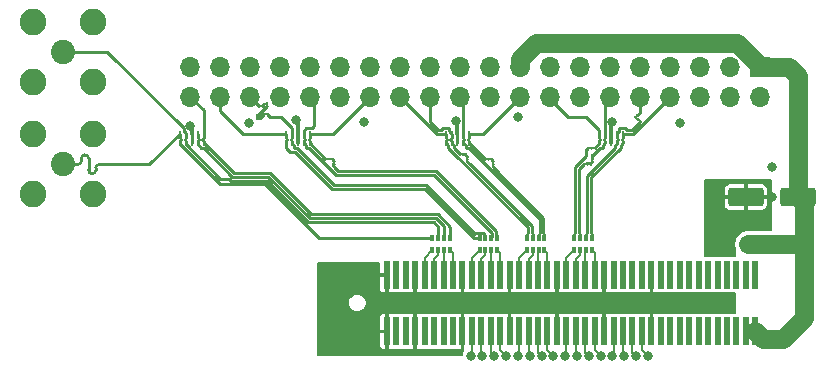
<source format=gbr>
G04 #@! TF.GenerationSoftware,KiCad,Pcbnew,6.0.7-1.fc35*
G04 #@! TF.CreationDate,2022-09-05T19:08:22-05:00*
G04 #@! TF.ProjectId,rpi-adapter,7270692d-6164-4617-9074-65722e6b6963,rev?*
G04 #@! TF.SameCoordinates,Original*
G04 #@! TF.FileFunction,Copper,L4,Bot*
G04 #@! TF.FilePolarity,Positive*
%FSLAX46Y46*%
G04 Gerber Fmt 4.6, Leading zero omitted, Abs format (unit mm)*
G04 Created by KiCad (PCBNEW 6.0.7-1.fc35) date 2022-09-05 19:08:22*
%MOMM*%
%LPD*%
G01*
G04 APERTURE LIST*
G04 Aperture macros list*
%AMRoundRect*
0 Rectangle with rounded corners*
0 $1 Rounding radius*
0 $2 $3 $4 $5 $6 $7 $8 $9 X,Y pos of 4 corners*
0 Add a 4 corners polygon primitive as box body*
4,1,4,$2,$3,$4,$5,$6,$7,$8,$9,$2,$3,0*
0 Add four circle primitives for the rounded corners*
1,1,$1+$1,$2,$3*
1,1,$1+$1,$4,$5*
1,1,$1+$1,$6,$7*
1,1,$1+$1,$8,$9*
0 Add four rect primitives between the rounded corners*
20,1,$1+$1,$2,$3,$4,$5,0*
20,1,$1+$1,$4,$5,$6,$7,0*
20,1,$1+$1,$6,$7,$8,$9,0*
20,1,$1+$1,$8,$9,$2,$3,0*%
G04 Aperture macros list end*
G04 #@! TA.AperFunction,ComponentPad*
%ADD10C,2.050000*%
G04 #@! TD*
G04 #@! TA.AperFunction,ComponentPad*
%ADD11C,2.250000*%
G04 #@! TD*
G04 #@! TA.AperFunction,ComponentPad*
%ADD12R,1.700000X1.700000*%
G04 #@! TD*
G04 #@! TA.AperFunction,ComponentPad*
%ADD13O,1.700000X1.700000*%
G04 #@! TD*
G04 #@! TA.AperFunction,SMDPad,CuDef*
%ADD14R,0.200000X0.475000*%
G04 #@! TD*
G04 #@! TA.AperFunction,SMDPad,CuDef*
%ADD15R,0.400000X0.500000*%
G04 #@! TD*
G04 #@! TA.AperFunction,SMDPad,CuDef*
%ADD16R,0.300000X0.500000*%
G04 #@! TD*
G04 #@! TA.AperFunction,SMDPad,CuDef*
%ADD17R,0.500000X2.400000*%
G04 #@! TD*
G04 #@! TA.AperFunction,SMDPad,CuDef*
%ADD18RoundRect,0.250000X1.250000X0.550000X-1.250000X0.550000X-1.250000X-0.550000X1.250000X-0.550000X0*%
G04 #@! TD*
G04 #@! TA.AperFunction,ViaPad*
%ADD19C,0.800000*%
G04 #@! TD*
G04 #@! TA.AperFunction,Conductor*
%ADD20C,1.600000*%
G04 #@! TD*
G04 #@! TA.AperFunction,Conductor*
%ADD21C,0.220000*%
G04 #@! TD*
G04 #@! TA.AperFunction,Conductor*
%ADD22C,0.300000*%
G04 #@! TD*
G04 #@! TA.AperFunction,Conductor*
%ADD23C,0.150000*%
G04 #@! TD*
G04 APERTURE END LIST*
D10*
G04 #@! TO.P,J2,1,In*
G04 #@! TO.N,/PIN_F22 P*
X79500000Y-72250000D03*
D11*
G04 #@! TO.P,J2,2,Ext*
G04 #@! TO.N,GND*
X76960000Y-69710000D03*
X82040000Y-69710000D03*
X76960000Y-74790000D03*
X82040000Y-74790000D03*
G04 #@! TD*
D12*
G04 #@! TO.P,J1,1,Pin_1*
G04 #@! TO.N,+3.3V*
X138500000Y-73500000D03*
D13*
G04 #@! TO.P,J1,2,Pin_2*
G04 #@! TO.N,+5V*
X138500000Y-76040000D03*
G04 #@! TO.P,J1,3,Pin_3*
G04 #@! TO.N,/PIN_L22 P*
X135960000Y-73500000D03*
G04 #@! TO.P,J1,4,Pin_4*
G04 #@! TO.N,+5V*
X135960000Y-76040000D03*
G04 #@! TO.P,J1,5,Pin_5*
G04 #@! TO.N,/PIN_L22 N*
X133420000Y-73500000D03*
G04 #@! TO.P,J1,6,Pin_6*
G04 #@! TO.N,GND*
X133420000Y-76040000D03*
G04 #@! TO.P,J1,7,Pin_7*
G04 #@! TO.N,/PIN_N19 P*
X130880000Y-73500000D03*
G04 #@! TO.P,J1,8,Pin_8*
G04 #@! TO.N,/PIN_M24 P*
X130880000Y-76040000D03*
G04 #@! TO.P,J1,9,Pin_9*
G04 #@! TO.N,GND*
X128340000Y-73500000D03*
G04 #@! TO.P,J1,10,Pin_10*
G04 #@! TO.N,/PIN_M24 N*
X128340000Y-76040000D03*
G04 #@! TO.P,J1,11,Pin_11*
G04 #@! TO.N,/PIN_N19 N*
X125800000Y-73500000D03*
G04 #@! TO.P,J1,12,Pin_12*
G04 #@! TO.N,/PIN_J24 P*
X125800000Y-76040000D03*
G04 #@! TO.P,J1,13,Pin_13*
G04 #@! TO.N,/PIN_J21 P*
X123260000Y-73500000D03*
G04 #@! TO.P,J1,14,Pin_14*
G04 #@! TO.N,GND*
X123260000Y-76040000D03*
G04 #@! TO.P,J1,15,Pin_15*
G04 #@! TO.N,/PIN_J21 N*
X120720000Y-73500000D03*
G04 #@! TO.P,J1,16,Pin_16*
G04 #@! TO.N,/PIN_J24 N*
X120720000Y-76040000D03*
G04 #@! TO.P,J1,17,Pin_17*
G04 #@! TO.N,+3.3V*
X118180000Y-73500000D03*
G04 #@! TO.P,J1,18,Pin_18*
G04 #@! TO.N,/PIN_H21 P*
X118180000Y-76040000D03*
G04 #@! TO.P,J1,19,Pin_19*
G04 #@! TO.N,/PIN_J26 P*
X115640000Y-73500000D03*
G04 #@! TO.P,J1,20,Pin_20*
G04 #@! TO.N,GND*
X115640000Y-76040000D03*
G04 #@! TO.P,J1,21,Pin_21*
G04 #@! TO.N,/PIN_J26 N*
X113100000Y-73500000D03*
G04 #@! TO.P,J1,22,Pin_22*
G04 #@! TO.N,/PIN_H21 N*
X113100000Y-76040000D03*
G04 #@! TO.P,J1,23,Pin_23*
G04 #@! TO.N,/PIN_G25 P*
X110560000Y-73500000D03*
G04 #@! TO.P,J1,24,Pin_24*
G04 #@! TO.N,/PIN_E21 P*
X110560000Y-76040000D03*
G04 #@! TO.P,J1,25,Pin_25*
G04 #@! TO.N,GND*
X108020000Y-73500000D03*
G04 #@! TO.P,J1,26,Pin_26*
G04 #@! TO.N,/PIN_E21 N*
X108020000Y-76040000D03*
G04 #@! TO.P,J1,27,Pin_27*
G04 #@! TO.N,/PIN_G25 N*
X105480000Y-73500000D03*
G04 #@! TO.P,J1,28,Pin_28*
G04 #@! TO.N,/PIN_G22_P*
X105480000Y-76040000D03*
G04 #@! TO.P,J1,29,Pin_29*
G04 #@! TO.N,/PIN_F25 P*
X102940000Y-73500000D03*
G04 #@! TO.P,J1,30,Pin_30*
G04 #@! TO.N,GND*
X102940000Y-76040000D03*
G04 #@! TO.P,J1,31,Pin_31*
G04 #@! TO.N,/PIN_F25 N*
X100400000Y-73500000D03*
G04 #@! TO.P,J1,32,Pin_32*
G04 #@! TO.N,/PIN_G22_N*
X100400000Y-76040000D03*
G04 #@! TO.P,J1,33,Pin_33*
G04 #@! TO.N,/PIN_D26 P*
X97860000Y-73500000D03*
G04 #@! TO.P,J1,34,Pin_34*
G04 #@! TO.N,GND*
X97860000Y-76040000D03*
G04 #@! TO.P,J1,35,Pin_35*
G04 #@! TO.N,/PIN_D26 N*
X95320000Y-73500000D03*
G04 #@! TO.P,J1,36,Pin_36*
G04 #@! TO.N,/PIN_E25 P*
X95320000Y-76040000D03*
G04 #@! TO.P,J1,37,Pin_37*
G04 #@! TO.N,/PIN_A23 P*
X92780000Y-73500000D03*
G04 #@! TO.P,J1,38,Pin_38*
G04 #@! TO.N,/PIN_E25 N*
X92780000Y-76040000D03*
G04 #@! TO.P,J1,39,Pin_39*
G04 #@! TO.N,GND*
X90240000Y-73500000D03*
G04 #@! TO.P,J1,40,Pin_40*
G04 #@! TO.N,/PIN_D23 P*
X90240000Y-76040000D03*
G04 #@! TD*
D10*
G04 #@! TO.P,J3,1,In*
G04 #@! TO.N,/PIN_F22 N*
X79500000Y-81750000D03*
D11*
G04 #@! TO.P,J3,2,Ext*
G04 #@! TO.N,GND*
X82040000Y-79210000D03*
X76960000Y-79210000D03*
X76960000Y-84290000D03*
X82040000Y-84290000D03*
G04 #@! TD*
D14*
G04 #@! TO.P,D3,1,K1*
G04 #@! TO.N,/PIN_E25 N*
X98380000Y-79927500D03*
X98380000Y-79152500D03*
G04 #@! TO.P,D3,2,A*
G04 #@! TO.N,GND*
X99380000Y-79152500D03*
G04 #@! TO.P,D3,3,K2*
G04 #@! TO.N,/PIN_E25 P*
X98880000Y-79927500D03*
X98880000Y-79152500D03*
G04 #@! TO.P,D3,4,K3*
G04 #@! TO.N,/PIN_G22_N*
X99880000Y-79152500D03*
X99880000Y-79927500D03*
G04 #@! TO.P,D3,5,A*
G04 #@! TO.N,GND*
X99380000Y-79927500D03*
G04 #@! TO.P,D3,6,K4*
G04 #@! TO.N,/PIN_G22_P*
X100380000Y-79927500D03*
X100380000Y-79152500D03*
G04 #@! TD*
D15*
G04 #@! TO.P,RN3,1,R1.1*
G04 #@! TO.N,/PIN_E25 N*
X114750000Y-88000000D03*
D16*
G04 #@! TO.P,RN3,2,R2.1*
G04 #@! TO.N,/PIN_E25 P*
X115250000Y-88000000D03*
G04 #@! TO.P,RN3,3,R3.1*
G04 #@! TO.N,/PIN_G22_N*
X115750000Y-88000000D03*
D15*
G04 #@! TO.P,RN3,4,R4.1*
G04 #@! TO.N,/PIN_G22_P*
X116250000Y-88000000D03*
G04 #@! TO.P,RN3,5,R4.2*
G04 #@! TO.N,Net-(J5-Pad56)*
X116250000Y-89000000D03*
D16*
G04 #@! TO.P,RN3,6,R3.2*
G04 #@! TO.N,Net-(J5-Pad58)*
X115750000Y-89000000D03*
G04 #@! TO.P,RN3,7,R2.2*
G04 #@! TO.N,Net-(J5-Pad60)*
X115250000Y-89000000D03*
D15*
G04 #@! TO.P,RN3,8,R1.2*
G04 #@! TO.N,Net-(J5-Pad62)*
X114750000Y-89000000D03*
G04 #@! TD*
D14*
G04 #@! TO.P,D2,1,K1*
G04 #@! TO.N,/PIN_E21 N*
X111880000Y-79927500D03*
X111880000Y-79152500D03*
G04 #@! TO.P,D2,2,A*
G04 #@! TO.N,GND*
X112880000Y-79152500D03*
G04 #@! TO.P,D2,3,K2*
G04 #@! TO.N,/PIN_E21 P*
X112380000Y-79152500D03*
X112380000Y-79927500D03*
G04 #@! TO.P,D2,4,K3*
G04 #@! TO.N,/PIN_H21 N*
X113380000Y-79927500D03*
X113380000Y-79152500D03*
G04 #@! TO.P,D2,5,A*
G04 #@! TO.N,GND*
X112880000Y-79927500D03*
G04 #@! TO.P,D2,6,K4*
G04 #@! TO.N,/PIN_H21 P*
X113880000Y-79152500D03*
X113880000Y-79927500D03*
G04 #@! TD*
D15*
G04 #@! TO.P,RN4,1,R1.1*
G04 #@! TO.N,/PIN_F22 N*
X110750000Y-88000000D03*
D16*
G04 #@! TO.P,RN4,2,R2.1*
G04 #@! TO.N,/PIN_F22 P*
X111250000Y-88000000D03*
G04 #@! TO.P,RN4,3,R3.1*
G04 #@! TO.N,/PIN_D23 N*
X111750000Y-88000000D03*
D15*
G04 #@! TO.P,RN4,4,R4.1*
G04 #@! TO.N,/PIN_D23 P*
X112250000Y-88000000D03*
G04 #@! TO.P,RN4,5,R4.2*
G04 #@! TO.N,Net-(J5-Pad66)*
X112250000Y-89000000D03*
D16*
G04 #@! TO.P,RN4,6,R3.2*
G04 #@! TO.N,Net-(J5-Pad68)*
X111750000Y-89000000D03*
G04 #@! TO.P,RN4,7,R2.2*
G04 #@! TO.N,Net-(J5-Pad70)*
X111250000Y-89000000D03*
D15*
G04 #@! TO.P,RN4,8,R1.2*
G04 #@! TO.N,Net-(J5-Pad72)*
X110750000Y-89000000D03*
G04 #@! TD*
D14*
G04 #@! TO.P,D1,1,K1*
G04 #@! TO.N,/PIN_J24 N*
X124880000Y-79927500D03*
X124880000Y-79152500D03*
G04 #@! TO.P,D1,2,A*
G04 #@! TO.N,GND*
X125880000Y-79152500D03*
G04 #@! TO.P,D1,3,K2*
G04 #@! TO.N,/PIN_J24 P*
X125380000Y-79152500D03*
X125380000Y-79927500D03*
G04 #@! TO.P,D1,4,K3*
G04 #@! TO.N,/PIN_M24 N*
X126380000Y-79927500D03*
X126380000Y-79152500D03*
G04 #@! TO.P,D1,5,A*
G04 #@! TO.N,GND*
X125880000Y-79927500D03*
G04 #@! TO.P,D1,6,K4*
G04 #@! TO.N,/PIN_M24 P*
X126880000Y-79152500D03*
X126880000Y-79927500D03*
G04 #@! TD*
G04 #@! TO.P,D4,1,K1*
G04 #@! TO.N,/PIN_F22 N*
X89380000Y-79152500D03*
X89380000Y-79927500D03*
G04 #@! TO.P,D4,2,A*
G04 #@! TO.N,GND*
X90380000Y-79152500D03*
G04 #@! TO.P,D4,3,K2*
G04 #@! TO.N,/PIN_F22 P*
X89880000Y-79927500D03*
X89880000Y-79152500D03*
G04 #@! TO.P,D4,4,K3*
G04 #@! TO.N,/PIN_D23 N*
X90880000Y-79927500D03*
X90880000Y-79152500D03*
G04 #@! TO.P,D4,5,A*
G04 #@! TO.N,GND*
X90380000Y-79927500D03*
G04 #@! TO.P,D4,6,K4*
G04 #@! TO.N,/PIN_D23 P*
X91380000Y-79152500D03*
X91380000Y-79927500D03*
G04 #@! TD*
D17*
G04 #@! TO.P,J5,1,Pin_1*
G04 #@! TO.N,+3.3V*
X138100000Y-95900000D03*
G04 #@! TO.P,J5,2,Pin_2*
G04 #@! TO.N,unconnected-(J5-Pad2)*
X138100000Y-91100000D03*
G04 #@! TO.P,J5,3,Pin_3*
G04 #@! TO.N,+3.3V*
X137300000Y-95900000D03*
G04 #@! TO.P,J5,4,Pin_4*
G04 #@! TO.N,unconnected-(J5-Pad4)*
X137300000Y-91100000D03*
G04 #@! TO.P,J5,5,Pin_5*
G04 #@! TO.N,unconnected-(J5-Pad5)*
X136500000Y-95900000D03*
G04 #@! TO.P,J5,6,Pin_6*
G04 #@! TO.N,unconnected-(J5-Pad6)*
X136500000Y-91100000D03*
G04 #@! TO.P,J5,7,Pin_7*
G04 #@! TO.N,unconnected-(J5-Pad7)*
X135700000Y-95900000D03*
G04 #@! TO.P,J5,8,Pin_8*
G04 #@! TO.N,unconnected-(J5-Pad8)*
X135700000Y-91100000D03*
G04 #@! TO.P,J5,9,Pin_9*
G04 #@! TO.N,unconnected-(J5-Pad9)*
X134900000Y-95900000D03*
G04 #@! TO.P,J5,10,Pin_10*
G04 #@! TO.N,unconnected-(J5-Pad10)*
X134900000Y-91100000D03*
G04 #@! TO.P,J5,11,Pin_11*
G04 #@! TO.N,unconnected-(J5-Pad11)*
X134100000Y-95900000D03*
G04 #@! TO.P,J5,12,Pin_12*
G04 #@! TO.N,unconnected-(J5-Pad12)*
X134100000Y-91100000D03*
G04 #@! TO.P,J5,13,Pin_13*
G04 #@! TO.N,unconnected-(J5-Pad13)*
X133300000Y-95900000D03*
G04 #@! TO.P,J5,14,Pin_14*
G04 #@! TO.N,unconnected-(J5-Pad14)*
X133300000Y-91100000D03*
G04 #@! TO.P,J5,15,Pin_15*
G04 #@! TO.N,unconnected-(J5-Pad15)*
X132500000Y-95900000D03*
G04 #@! TO.P,J5,16,Pin_16*
G04 #@! TO.N,unconnected-(J5-Pad16)*
X132500000Y-91100000D03*
G04 #@! TO.P,J5,17,Pin_17*
G04 #@! TO.N,unconnected-(J5-Pad17)*
X131700000Y-95900000D03*
G04 #@! TO.P,J5,18,Pin_18*
G04 #@! TO.N,unconnected-(J5-Pad18)*
X131700000Y-91100000D03*
G04 #@! TO.P,J5,19,Pin_19*
G04 #@! TO.N,unconnected-(J5-Pad19)*
X130900000Y-95900000D03*
G04 #@! TO.P,J5,20,Pin_20*
G04 #@! TO.N,unconnected-(J5-Pad20)*
X130900000Y-91100000D03*
G04 #@! TO.P,J5,21,Pin_21*
G04 #@! TO.N,unconnected-(J5-Pad21)*
X130100000Y-95900000D03*
G04 #@! TO.P,J5,22,Pin_22*
G04 #@! TO.N,unconnected-(J5-Pad22)*
X130100000Y-91100000D03*
G04 #@! TO.P,J5,23,Pin_23*
G04 #@! TO.N,GND*
X129300000Y-95900000D03*
G04 #@! TO.P,J5,24,Pin_24*
X129300000Y-91100000D03*
G04 #@! TO.P,J5,25,Pin_25*
G04 #@! TO.N,Net-(J5-Pad25)*
X128500000Y-95900000D03*
G04 #@! TO.P,J5,26,Pin_26*
G04 #@! TO.N,unconnected-(J5-Pad26)*
X128500000Y-91100000D03*
G04 #@! TO.P,J5,27,Pin_27*
G04 #@! TO.N,Net-(J5-Pad27)*
X127700000Y-95900000D03*
G04 #@! TO.P,J5,28,Pin_28*
G04 #@! TO.N,unconnected-(J5-Pad28)*
X127700000Y-91100000D03*
G04 #@! TO.P,J5,29,Pin_29*
G04 #@! TO.N,Net-(J5-Pad29)*
X126900000Y-95900000D03*
G04 #@! TO.P,J5,30,Pin_30*
G04 #@! TO.N,unconnected-(J5-Pad30)*
X126900000Y-91100000D03*
G04 #@! TO.P,J5,31,Pin_31*
G04 #@! TO.N,Net-(J5-Pad31)*
X126100000Y-95900000D03*
G04 #@! TO.P,J5,32,Pin_32*
G04 #@! TO.N,unconnected-(J5-Pad32)*
X126100000Y-91100000D03*
G04 #@! TO.P,J5,33,Pin_33*
G04 #@! TO.N,GND*
X125300000Y-95900000D03*
G04 #@! TO.P,J5,34,Pin_34*
X125300000Y-91100000D03*
G04 #@! TO.P,J5,35,Pin_35*
G04 #@! TO.N,Net-(J5-Pad35)*
X124500000Y-95900000D03*
G04 #@! TO.P,J5,36,Pin_36*
G04 #@! TO.N,Net-(J5-Pad36)*
X124500000Y-91100000D03*
G04 #@! TO.P,J5,37,Pin_37*
G04 #@! TO.N,Net-(J5-Pad37)*
X123700000Y-95900000D03*
G04 #@! TO.P,J5,38,Pin_38*
G04 #@! TO.N,Net-(J5-Pad38)*
X123700000Y-91100000D03*
G04 #@! TO.P,J5,39,Pin_39*
G04 #@! TO.N,Net-(J5-Pad39)*
X122900000Y-95900000D03*
G04 #@! TO.P,J5,40,Pin_40*
G04 #@! TO.N,Net-(J5-Pad40)*
X122900000Y-91100000D03*
G04 #@! TO.P,J5,41,Pin_41*
G04 #@! TO.N,Net-(J5-Pad41)*
X122100000Y-95900000D03*
G04 #@! TO.P,J5,42,Pin_42*
G04 #@! TO.N,Net-(J5-Pad42)*
X122100000Y-91100000D03*
G04 #@! TO.P,J5,43,Pin_43*
G04 #@! TO.N,GND*
X121300000Y-95900000D03*
G04 #@! TO.P,J5,44,Pin_44*
X121300000Y-91100000D03*
G04 #@! TO.P,J5,45,Pin_45*
G04 #@! TO.N,Net-(J5-Pad45)*
X120500000Y-95900000D03*
G04 #@! TO.P,J5,46,Pin_46*
G04 #@! TO.N,Net-(J5-Pad46)*
X120500000Y-91100000D03*
G04 #@! TO.P,J5,47,Pin_47*
G04 #@! TO.N,Net-(J5-Pad47)*
X119700000Y-95900000D03*
G04 #@! TO.P,J5,48,Pin_48*
G04 #@! TO.N,Net-(J5-Pad48)*
X119700000Y-91100000D03*
G04 #@! TO.P,J5,49,Pin_49*
G04 #@! TO.N,Net-(J5-Pad49)*
X118900000Y-95900000D03*
G04 #@! TO.P,J5,50,Pin_50*
G04 #@! TO.N,Net-(J5-Pad50)*
X118900000Y-91100000D03*
G04 #@! TO.P,J5,51,Pin_51*
G04 #@! TO.N,Net-(J5-Pad51)*
X118100000Y-95900000D03*
G04 #@! TO.P,J5,52,Pin_52*
G04 #@! TO.N,Net-(J5-Pad52)*
X118100000Y-91100000D03*
G04 #@! TO.P,J5,53,Pin_53*
G04 #@! TO.N,GND*
X117300000Y-95900000D03*
G04 #@! TO.P,J5,54,Pin_54*
X117300000Y-91100000D03*
G04 #@! TO.P,J5,55,Pin_55*
G04 #@! TO.N,Net-(J5-Pad55)*
X116500000Y-95900000D03*
G04 #@! TO.P,J5,56,Pin_56*
G04 #@! TO.N,Net-(J5-Pad56)*
X116500000Y-91100000D03*
G04 #@! TO.P,J5,57,Pin_57*
G04 #@! TO.N,Net-(J5-Pad57)*
X115700000Y-95900000D03*
G04 #@! TO.P,J5,58,Pin_58*
G04 #@! TO.N,Net-(J5-Pad58)*
X115700000Y-91100000D03*
G04 #@! TO.P,J5,59,Pin_59*
G04 #@! TO.N,Net-(J5-Pad59)*
X114900000Y-95900000D03*
G04 #@! TO.P,J5,60,Pin_60*
G04 #@! TO.N,Net-(J5-Pad60)*
X114900000Y-91100000D03*
G04 #@! TO.P,J5,61,Pin_61*
G04 #@! TO.N,Net-(J5-Pad61)*
X114100000Y-95900000D03*
G04 #@! TO.P,J5,62,Pin_62*
G04 #@! TO.N,Net-(J5-Pad62)*
X114100000Y-91100000D03*
G04 #@! TO.P,J5,63,Pin_63*
G04 #@! TO.N,GND*
X113300000Y-95900000D03*
G04 #@! TO.P,J5,64,Pin_64*
X113300000Y-91100000D03*
G04 #@! TO.P,J5,65,Pin_65*
G04 #@! TO.N,unconnected-(J5-Pad65)*
X112500000Y-95900000D03*
G04 #@! TO.P,J5,66,Pin_66*
G04 #@! TO.N,Net-(J5-Pad66)*
X112500000Y-91100000D03*
G04 #@! TO.P,J5,67,Pin_67*
G04 #@! TO.N,unconnected-(J5-Pad67)*
X111700000Y-95900000D03*
G04 #@! TO.P,J5,68,Pin_68*
G04 #@! TO.N,Net-(J5-Pad68)*
X111700000Y-91100000D03*
G04 #@! TO.P,J5,69,Pin_69*
G04 #@! TO.N,unconnected-(J5-Pad69)*
X110900000Y-95900000D03*
G04 #@! TO.P,J5,70,Pin_70*
G04 #@! TO.N,Net-(J5-Pad70)*
X110900000Y-91100000D03*
G04 #@! TO.P,J5,71,Pin_71*
G04 #@! TO.N,unconnected-(J5-Pad71)*
X110100000Y-95900000D03*
G04 #@! TO.P,J5,72,Pin_72*
G04 #@! TO.N,Net-(J5-Pad72)*
X110100000Y-91100000D03*
G04 #@! TO.P,J5,73,Pin_73*
G04 #@! TO.N,GND*
X109300000Y-95900000D03*
G04 #@! TO.P,J5,74,Pin_74*
X109300000Y-91100000D03*
G04 #@! TO.P,J5,75,Pin_75*
G04 #@! TO.N,unconnected-(J5-Pad75)*
X108500000Y-95900000D03*
G04 #@! TO.P,J5,76,Pin_76*
G04 #@! TO.N,unconnected-(J5-Pad76)*
X108500000Y-91100000D03*
G04 #@! TO.P,J5,77,Pin_77*
G04 #@! TO.N,unconnected-(J5-Pad77)*
X107700000Y-95900000D03*
G04 #@! TO.P,J5,78,Pin_78*
G04 #@! TO.N,unconnected-(J5-Pad78)*
X107700000Y-91100000D03*
G04 #@! TO.P,J5,79,Pin_79*
G04 #@! TO.N,GND*
X106900000Y-95900000D03*
G04 #@! TO.P,J5,80,Pin_80*
X106900000Y-91100000D03*
G04 #@! TD*
D18*
G04 #@! TO.P,C5,1*
G04 #@! TO.N,+3.3V*
X141700000Y-84500000D03*
G04 #@! TO.P,C5,2*
G04 #@! TO.N,GND*
X137300000Y-84500000D03*
G04 #@! TD*
D15*
G04 #@! TO.P,RN1,1,R1.1*
G04 #@! TO.N,/PIN_J24 N*
X122750000Y-88000000D03*
D16*
G04 #@! TO.P,RN1,2,R2.1*
G04 #@! TO.N,/PIN_J24 P*
X123250000Y-88000000D03*
G04 #@! TO.P,RN1,3,R3.1*
G04 #@! TO.N,/PIN_M24 N*
X123750000Y-88000000D03*
D15*
G04 #@! TO.P,RN1,4,R4.1*
G04 #@! TO.N,/PIN_M24 P*
X124250000Y-88000000D03*
G04 #@! TO.P,RN1,5,R4.2*
G04 #@! TO.N,Net-(J5-Pad36)*
X124250000Y-89000000D03*
D16*
G04 #@! TO.P,RN1,6,R3.2*
G04 #@! TO.N,Net-(J5-Pad38)*
X123750000Y-89000000D03*
G04 #@! TO.P,RN1,7,R2.2*
G04 #@! TO.N,Net-(J5-Pad40)*
X123250000Y-89000000D03*
D15*
G04 #@! TO.P,RN1,8,R1.2*
G04 #@! TO.N,Net-(J5-Pad42)*
X122750000Y-89000000D03*
G04 #@! TD*
G04 #@! TO.P,RN2,1,R1.1*
G04 #@! TO.N,/PIN_E21 N*
X118750000Y-88000000D03*
D16*
G04 #@! TO.P,RN2,2,R2.1*
G04 #@! TO.N,/PIN_E21 P*
X119250000Y-88000000D03*
G04 #@! TO.P,RN2,3,R3.1*
G04 #@! TO.N,/PIN_H21 N*
X119750000Y-88000000D03*
D15*
G04 #@! TO.P,RN2,4,R4.1*
G04 #@! TO.N,/PIN_H21 P*
X120250000Y-88000000D03*
G04 #@! TO.P,RN2,5,R4.2*
G04 #@! TO.N,Net-(J5-Pad46)*
X120250000Y-89000000D03*
D16*
G04 #@! TO.P,RN2,6,R3.2*
G04 #@! TO.N,Net-(J5-Pad48)*
X119750000Y-89000000D03*
G04 #@! TO.P,RN2,7,R2.2*
G04 #@! TO.N,Net-(J5-Pad50)*
X119250000Y-89000000D03*
D15*
G04 #@! TO.P,RN2,8,R1.2*
G04 #@! TO.N,Net-(J5-Pad52)*
X118750000Y-89000000D03*
G04 #@! TD*
D19*
G04 #@! TO.N,+3.3V*
X141700000Y-75700000D03*
X141700000Y-76800000D03*
X139500000Y-88500000D03*
X141700000Y-78800000D03*
X137500000Y-88500000D03*
X141700000Y-77800000D03*
X138500000Y-88500000D03*
G04 #@! TO.N,GND*
X115750000Y-93500000D03*
X134000000Y-93500000D03*
X99250000Y-78000000D03*
X90261428Y-78492961D03*
X130250000Y-93500000D03*
X139500000Y-82000000D03*
X125989500Y-78134944D03*
X106750000Y-93500000D03*
X132250000Y-93500000D03*
X135750000Y-93500000D03*
X139500000Y-84500000D03*
X135000000Y-86250000D03*
X118000000Y-77750000D03*
X135000000Y-88250000D03*
X135000000Y-87250000D03*
X121250000Y-93500000D03*
X102250000Y-93500000D03*
X108750000Y-93500000D03*
X111000000Y-93500000D03*
X95250000Y-78250000D03*
X125250000Y-93500000D03*
X104989500Y-78134944D03*
X131750000Y-78250000D03*
X112770500Y-78052524D03*
G04 #@! TO.N,Net-(J5-Pad61)*
X114000000Y-98000000D03*
G04 #@! TO.N,Net-(J5-Pad59)*
X115000000Y-98000000D03*
G04 #@! TO.N,Net-(J5-Pad57)*
X116000000Y-98000000D03*
G04 #@! TO.N,Net-(J5-Pad55)*
X117000000Y-98000000D03*
G04 #@! TO.N,Net-(J5-Pad51)*
X118000000Y-98000000D03*
G04 #@! TO.N,Net-(J5-Pad49)*
X119000000Y-98000000D03*
G04 #@! TO.N,Net-(J5-Pad47)*
X120000000Y-98000000D03*
G04 #@! TO.N,Net-(J5-Pad45)*
X121000000Y-98000000D03*
G04 #@! TO.N,Net-(J5-Pad41)*
X122000000Y-98000000D03*
G04 #@! TO.N,Net-(J5-Pad39)*
X123000000Y-98000000D03*
G04 #@! TO.N,Net-(J5-Pad37)*
X123999317Y-98019245D03*
G04 #@! TO.N,Net-(J5-Pad35)*
X124998289Y-97986691D03*
G04 #@! TO.N,Net-(J5-Pad31)*
X126000000Y-98000000D03*
G04 #@! TO.N,Net-(J5-Pad29)*
X127000000Y-98000000D03*
G04 #@! TO.N,Net-(J5-Pad27)*
X128000000Y-98000000D03*
G04 #@! TO.N,Net-(J5-Pad25)*
X129000000Y-98000000D03*
G04 #@! TD*
D20*
G04 #@! TO.N,+3.3V*
X142250001Y-88750001D02*
X142250001Y-85050001D01*
X142250001Y-85050001D02*
X141700000Y-84500000D01*
X118180000Y-72820000D02*
X118180000Y-73500000D01*
X141700000Y-74250000D02*
X140950000Y-73500000D01*
X140500000Y-88500000D02*
X139500000Y-88500000D01*
X138500000Y-88500000D02*
X137500000Y-88500000D01*
X140950000Y-73500000D02*
X138500000Y-73500000D01*
X140483094Y-96516906D02*
X142250001Y-94749999D01*
X142250001Y-88750001D02*
X142000000Y-88500000D01*
X136576296Y-71500000D02*
X119500000Y-71500000D01*
X139500000Y-88500000D02*
X138500000Y-88500000D01*
X138500000Y-73423704D02*
X136576296Y-71500000D01*
X119500000Y-71500000D02*
X118180000Y-72820000D01*
X138500000Y-73500000D02*
X138500000Y-73423704D01*
X138716906Y-96516906D02*
X140483094Y-96516906D01*
X138100000Y-95900000D02*
X138716906Y-96516906D01*
X142000000Y-88500000D02*
X140500000Y-88500000D01*
X142250001Y-94749999D02*
X142250001Y-88750001D01*
X141700000Y-84500000D02*
X141700000Y-74250000D01*
D21*
G04 #@! TO.N,GND*
X90380000Y-79927500D02*
X90380000Y-79152500D01*
D22*
X125880000Y-78244444D02*
X125989500Y-78134944D01*
X125880000Y-79927500D02*
X125880000Y-79152500D01*
X90380000Y-79152500D02*
X90380000Y-78611533D01*
X112880000Y-79152500D02*
X112880000Y-78162024D01*
X99380000Y-78130000D02*
X99250000Y-78000000D01*
X90380000Y-78611533D02*
X90261428Y-78492961D01*
X112880000Y-78162024D02*
X112770500Y-78052524D01*
X99380000Y-79152500D02*
X99380000Y-78130000D01*
D21*
X112880000Y-79927500D02*
X112880000Y-79152500D01*
D22*
X125880000Y-79152500D02*
X125880000Y-78244444D01*
X99380000Y-79927500D02*
X99380000Y-79152500D01*
D21*
G04 #@! TO.N,/PIN_J24 P*
X123619456Y-81688046D02*
X123619455Y-81688048D01*
X125380000Y-79152500D02*
X125380000Y-76460000D01*
X123160000Y-82147500D02*
X123160000Y-87534999D01*
X123160000Y-87534999D02*
X123250000Y-87624999D01*
X125380000Y-79927500D02*
X125190000Y-80117500D01*
X124278749Y-81263782D02*
X124278750Y-81263783D01*
X124278751Y-81498814D02*
X124278751Y-81498813D01*
X123250000Y-87624999D02*
X123250000Y-88000000D01*
X125380000Y-79790000D02*
X125290000Y-79700000D01*
X125380000Y-79927500D02*
X125380000Y-79790000D01*
X125190000Y-80375000D02*
X124932500Y-80375000D01*
X123619455Y-81688048D02*
X123160000Y-82147500D01*
X125290000Y-79598751D02*
X125380000Y-79508751D01*
X125290000Y-79700000D02*
X125290000Y-79598751D01*
X125380000Y-76460000D02*
X125800000Y-76040000D01*
X124278750Y-81263782D02*
X124278749Y-81263782D01*
X123854486Y-81688047D02*
X123854487Y-81688047D01*
X124278751Y-81498813D02*
X124089517Y-81688048D01*
X125190000Y-80117500D02*
X125190000Y-80375000D01*
X125380000Y-79508751D02*
X125380000Y-79152500D01*
X124932500Y-80375000D02*
X124278750Y-81028750D01*
X124278717Y-81263815D02*
G75*
G02*
X124278751Y-81028751I117583J117515D01*
G01*
X123854484Y-81688049D02*
G75*
G03*
X124089517Y-81688048I117516J117549D01*
G01*
X124278752Y-81498815D02*
G75*
G03*
X124278750Y-81263783I-117552J117515D01*
G01*
X123619485Y-81688075D02*
G75*
G02*
X123854487Y-81688047I117515J-117525D01*
G01*
G04 #@! TO.N,/PIN_E21 P*
X112570000Y-80375000D02*
X113097500Y-80902500D01*
X119160000Y-86965000D02*
X119160000Y-87534999D01*
X112380000Y-79790000D02*
X112290000Y-79700000D01*
X112380000Y-79927500D02*
X112380000Y-79790000D01*
X112380000Y-79508751D02*
X112380000Y-79152500D01*
X112190000Y-78705000D02*
X111570000Y-78705000D01*
X110560000Y-78127451D02*
X110560000Y-76040000D01*
X111265049Y-78832500D02*
X110560000Y-78127451D01*
X111570000Y-78705000D02*
X111570000Y-78832500D01*
X113946028Y-81751028D02*
X119160000Y-86965000D01*
X113718829Y-81326763D02*
X113718830Y-81326765D01*
X112570000Y-80164951D02*
X112570000Y-80375000D01*
X112380000Y-79152500D02*
X112190000Y-78962500D01*
X111570000Y-78832500D02*
X111265049Y-78832500D01*
X113294567Y-80902499D02*
X113294566Y-80902500D01*
X112290000Y-79700000D02*
X112290000Y-79598751D01*
X112380000Y-79974951D02*
X112570000Y-80164951D01*
X119160000Y-87534999D02*
X119250000Y-87624999D01*
X112380000Y-79927500D02*
X112380000Y-79974951D01*
X119250000Y-87624999D02*
X119250000Y-88000000D01*
X112290000Y-79598751D02*
X112380000Y-79508751D01*
X112190000Y-78962500D02*
X112190000Y-78705000D01*
X113718830Y-81523831D02*
X113946028Y-81751028D01*
X113491632Y-80902500D02*
X113718829Y-81129697D01*
X113294534Y-80902466D02*
G75*
G02*
X113097500Y-80902500I-98534J98466D01*
G01*
X113491632Y-80902500D02*
G75*
G03*
X113294566Y-80902500I-98533J-98535D01*
G01*
X113718828Y-81523833D02*
G75*
G02*
X113718830Y-81326765I98572J98533D01*
G01*
X113718799Y-81326733D02*
G75*
G03*
X113718829Y-81129697I-98499J98533D01*
G01*
G04 #@! TO.N,/PIN_E25 P*
X115160000Y-87540000D02*
X114340000Y-87540000D01*
X110226276Y-83500000D02*
X102405049Y-83500000D01*
X98880000Y-79927500D02*
X98880000Y-79790000D01*
X115250000Y-88000000D02*
X115160000Y-87910000D01*
X96508368Y-76610256D02*
X96312448Y-76806175D01*
X114340000Y-87540000D02*
X114340000Y-87613724D01*
X98880000Y-79508751D02*
X98880000Y-79152500D01*
X98880000Y-79152500D02*
X98880000Y-78695000D01*
X96538725Y-77484999D02*
X96538724Y-77484999D01*
X98790000Y-79700000D02*
X98790000Y-79598751D01*
X95972815Y-76692815D02*
X95320000Y-76040000D01*
X99070000Y-80164951D02*
X98880000Y-79974951D01*
X114340000Y-87613724D02*
X110226276Y-83500000D01*
X95939753Y-77631421D02*
X95939753Y-77631420D01*
X98790000Y-79598751D02*
X98880000Y-79508751D01*
X98880000Y-78695000D02*
X97941193Y-77756193D01*
X96508368Y-76610255D02*
X96508368Y-76610256D01*
X99070000Y-80375000D02*
X99070000Y-80164951D01*
X96086174Y-76806175D02*
X95972815Y-76692815D01*
X99280049Y-80375000D02*
X99070000Y-80375000D01*
X95939753Y-77631420D02*
X96734643Y-76836530D01*
X96538724Y-77484999D02*
X96166028Y-77857696D01*
X102405049Y-83500000D02*
X99280049Y-80375000D01*
X98880000Y-79974951D02*
X98880000Y-79927500D01*
X97941193Y-77756193D02*
X97036193Y-77756193D01*
X115160000Y-87910000D02*
X115160000Y-87540000D01*
X97036193Y-77756193D02*
X96765000Y-77485000D01*
X98880000Y-79790000D02*
X98790000Y-79700000D01*
X95939795Y-77631463D02*
G75*
G03*
X95939754Y-77857696I113105J-113137D01*
G01*
X95939755Y-77857695D02*
G75*
G03*
X96166027Y-77857695I113136J113136D01*
G01*
X96734636Y-76610263D02*
G75*
G02*
X96734643Y-76836530I-113136J-113137D01*
G01*
X96508363Y-76610250D02*
G75*
G02*
X96734643Y-76610256I113137J-113150D01*
G01*
X96538763Y-77485037D02*
G75*
G02*
X96765000Y-77485000I113137J-113063D01*
G01*
X96086175Y-76806174D02*
G75*
G03*
X96312447Y-76806174I113136J113136D01*
G01*
G04 #@! TO.N,/PIN_D23 P*
X91380000Y-79790000D02*
X91290000Y-79700000D01*
X93952500Y-82500000D02*
X91380000Y-79927500D01*
X91380000Y-79508751D02*
X91380000Y-79152500D01*
X100500000Y-86000000D02*
X97000000Y-82500000D01*
X91380000Y-77180000D02*
X90240000Y-76040000D01*
X111226276Y-86000000D02*
X100500000Y-86000000D01*
X97000000Y-82500000D02*
X93952500Y-82500000D01*
X91290000Y-79598751D02*
X91380000Y-79508751D01*
X112250000Y-87023724D02*
X111226276Y-86000000D01*
X112250000Y-88000000D02*
X112250000Y-87023724D01*
X91380000Y-79927500D02*
X91380000Y-79790000D01*
X91380000Y-79152500D02*
X91380000Y-77180000D01*
X91290000Y-79700000D02*
X91290000Y-79598751D01*
G04 #@! TO.N,/PIN_F22 P*
X89880000Y-79152500D02*
X89690000Y-78962500D01*
X96735318Y-83139002D02*
X93687818Y-83139002D01*
X93687818Y-83139002D02*
X93527817Y-82979002D01*
X92794002Y-82979002D02*
X89880000Y-80065000D01*
X110865278Y-86639002D02*
X100235318Y-86639002D01*
X89880000Y-80065000D02*
X89880000Y-79927500D01*
X100235318Y-86639002D02*
X96735318Y-83139002D01*
X89790000Y-79598751D02*
X89880000Y-79508751D01*
X89690000Y-78962500D02*
X89690000Y-78705000D01*
X89880000Y-79508751D02*
X89880000Y-79152500D01*
X111250000Y-88000000D02*
X111250000Y-87023724D01*
X89790000Y-79700000D02*
X89790000Y-79598751D01*
X89880000Y-79790000D02*
X89790000Y-79700000D01*
X93527817Y-82979002D02*
X92794002Y-82979002D01*
X89880000Y-79927500D02*
X89880000Y-79790000D01*
X83235000Y-72250000D02*
X79500000Y-72250000D01*
X89690000Y-78705000D02*
X83235000Y-72250000D01*
X111250000Y-87023724D02*
X110865278Y-86639002D01*
G04 #@! TO.N,/PIN_H21 P*
X115892320Y-81721740D02*
X115892318Y-81721739D01*
X115807735Y-81371622D02*
X115733588Y-81297475D01*
X113880000Y-79152500D02*
X115067500Y-79152500D01*
X120160000Y-86254951D02*
X115892320Y-81987272D01*
X115468056Y-81297475D02*
X115468057Y-81297474D01*
X113880000Y-79790000D02*
X113790000Y-79700000D01*
X113880000Y-79974951D02*
X113880000Y-79927500D01*
X120160000Y-87534999D02*
X120160000Y-86254951D01*
X113790000Y-79700000D02*
X113790000Y-79598751D01*
X115067500Y-79152500D02*
X118180000Y-76040000D01*
X115892319Y-81456206D02*
X115807735Y-81371622D01*
X113880000Y-79508751D02*
X113880000Y-79152500D01*
X120250000Y-87624999D02*
X120160000Y-87534999D01*
X113880000Y-79927500D02*
X113880000Y-79790000D01*
X115202524Y-81297475D02*
X113880000Y-79974951D01*
X120250000Y-88000000D02*
X120250000Y-87624999D01*
X113790000Y-79598751D02*
X113880000Y-79508751D01*
X115892314Y-81721734D02*
G75*
G03*
X115892320Y-81987272I132786J-132766D01*
G01*
X115202535Y-81297464D02*
G75*
G03*
X115468056Y-81297473I132765J132764D01*
G01*
X115892291Y-81456234D02*
G75*
G02*
X115892318Y-81721739I-132691J-132766D01*
G01*
X115468056Y-81297475D02*
G75*
G02*
X115733588Y-81297475I132766J-132771D01*
G01*
G04 #@! TO.N,/PIN_M24 P*
X126880000Y-79152500D02*
X127767500Y-79152500D01*
X126880000Y-79508751D02*
X126880000Y-79152500D01*
X124160000Y-87534999D02*
X124160000Y-82857521D01*
X126790000Y-79700000D02*
X126790000Y-79598751D01*
X126790000Y-79598751D02*
X126880000Y-79508751D01*
X124250000Y-87624999D02*
X124160000Y-87534999D01*
X124250000Y-88000000D02*
X124250000Y-87624999D01*
X126690000Y-80327521D02*
X126690000Y-80117500D01*
X127767500Y-79152500D02*
X130880000Y-76040000D01*
X126880000Y-79927500D02*
X126880000Y-79790000D01*
X126880000Y-79790000D02*
X126790000Y-79700000D01*
X124160000Y-82857521D02*
X126690000Y-80327521D01*
X126690000Y-80117500D02*
X126880000Y-79927500D01*
G04 #@! TO.N,/PIN_J24 N*
X124492294Y-80362660D02*
X124880000Y-79974951D01*
X122750000Y-88000000D02*
X122750000Y-87624999D01*
X124880000Y-79790000D02*
X124970000Y-79700000D01*
X120720000Y-76220000D02*
X120720000Y-76040000D01*
X124880000Y-79508751D02*
X124880000Y-79152500D01*
X124880000Y-79152500D02*
X124880000Y-78880000D01*
X124226741Y-80362659D02*
X124226742Y-80362660D01*
X123750000Y-77750000D02*
X122250000Y-77750000D01*
X123802478Y-80521372D02*
X123802476Y-80521373D01*
X122840000Y-82014951D02*
X123802476Y-81052475D01*
X122840000Y-87534999D02*
X122840000Y-82014951D01*
X124970000Y-79700000D02*
X124970000Y-79598751D01*
X124880000Y-79927500D02*
X124880000Y-79790000D01*
X124880000Y-79974951D02*
X124880000Y-79927500D01*
X122750000Y-87624999D02*
X122840000Y-87534999D01*
X123802476Y-80786925D02*
X123802477Y-80786923D01*
X124880000Y-78880000D02*
X123750000Y-77750000D01*
X124970000Y-79598751D02*
X124880000Y-79508751D01*
X123802476Y-80521373D02*
X123961190Y-80362660D01*
X122250000Y-77750000D02*
X120720000Y-76220000D01*
X124492293Y-80362661D02*
X124492294Y-80362660D01*
X124492275Y-80362643D02*
G75*
G02*
X124226742Y-80362660I-132775J132743D01*
G01*
X123802430Y-80521324D02*
G75*
G03*
X123802477Y-80786923I132770J-132776D01*
G01*
X123802475Y-80786926D02*
G75*
G02*
X123802475Y-81052474I-132775J-132774D01*
G01*
X124226775Y-80362625D02*
G75*
G03*
X123961190Y-80362660I-132775J-132775D01*
G01*
G04 #@! TO.N,/PIN_M24 N*
X127634951Y-78832500D02*
X128340000Y-78127451D01*
X126380000Y-79927500D02*
X126380000Y-79790000D01*
X128165000Y-77952451D02*
X128121777Y-77952451D01*
X126570000Y-78962500D02*
X126570000Y-78705000D01*
X126190000Y-80164951D02*
X126380000Y-79974951D01*
X127190000Y-78705000D02*
X127190000Y-78832500D01*
X128340000Y-77377451D02*
X128340000Y-76040000D01*
X126380000Y-79790000D02*
X126470000Y-79700000D01*
X123750000Y-87624999D02*
X123840000Y-87534999D01*
X123750000Y-88000000D02*
X123750000Y-87624999D01*
X126470000Y-79700000D02*
X126470000Y-79598751D01*
X127190000Y-78832500D02*
X127634951Y-78832500D01*
X126470000Y-79598751D02*
X126380000Y-79508751D01*
X128121777Y-77602451D02*
X128165000Y-77602451D01*
X126380000Y-79974951D02*
X126380000Y-79927500D01*
X126380000Y-79152500D02*
X126570000Y-78962500D01*
X126190000Y-80375000D02*
X126190000Y-80164951D01*
X123840000Y-82725000D02*
X126190000Y-80375000D01*
X123840000Y-87534999D02*
X123840000Y-82725000D01*
X126380000Y-79508751D02*
X126380000Y-79152500D01*
X126570000Y-78705000D02*
X127190000Y-78705000D01*
X128340000Y-77427451D02*
X128340000Y-77377451D01*
X128339951Y-77427451D02*
G75*
G02*
X128165000Y-77602451I-174951J-49D01*
G01*
X128121777Y-77602377D02*
G75*
G03*
X127946777Y-77777451I23J-175023D01*
G01*
X127946849Y-77777451D02*
G75*
G03*
X128121777Y-77952451I174951J-49D01*
G01*
X128165000Y-77952400D02*
G75*
G02*
X128340000Y-78127451I0J-175000D01*
G01*
G04 #@! TO.N,/PIN_E21 N*
X111970000Y-79598751D02*
X111880000Y-79508751D01*
X118840000Y-87097521D02*
X112070000Y-80327521D01*
X118750000Y-87624999D02*
X118840000Y-87534999D01*
X118750000Y-88000000D02*
X118750000Y-87624999D01*
X111880000Y-79790000D02*
X111970000Y-79700000D01*
X118840000Y-87534999D02*
X118840000Y-87097521D01*
X111880000Y-79152500D02*
X111132500Y-79152500D01*
X111880000Y-79508751D02*
X111880000Y-79152500D01*
X111970000Y-79700000D02*
X111970000Y-79598751D01*
X112070000Y-80117500D02*
X111880000Y-79927500D01*
X111880000Y-79927500D02*
X111880000Y-79790000D01*
X112070000Y-80327521D02*
X112070000Y-80117500D01*
X111132500Y-79152500D02*
X108020000Y-76040000D01*
G04 #@! TO.N,/PIN_H21 N*
X113570000Y-80375000D02*
X113827500Y-80375000D01*
X113380000Y-79152500D02*
X113380000Y-76320000D01*
X113380000Y-79927500D02*
X113570000Y-80117500D01*
X113570000Y-80117500D02*
X113570000Y-80375000D01*
X113380000Y-79927500D02*
X113380000Y-79790000D01*
X113380000Y-79790000D02*
X113470000Y-79700000D01*
X113470000Y-79598751D02*
X113380000Y-79508751D01*
X113470000Y-79700000D02*
X113470000Y-79598751D01*
X113380000Y-76320000D02*
X113100000Y-76040000D01*
X119840000Y-87534999D02*
X119750000Y-87624999D01*
X113380000Y-79508751D02*
X113380000Y-79152500D01*
X113827500Y-80375000D02*
X119840000Y-86387500D01*
X119750000Y-87624999D02*
X119750000Y-88000000D01*
X119840000Y-86387500D02*
X119840000Y-87534999D01*
G04 #@! TO.N,/PIN_E25 N*
X98689981Y-80694981D02*
X98380000Y-80385000D01*
X92780000Y-77242081D02*
X92780000Y-76040000D01*
X94690419Y-79152500D02*
X92780000Y-77242081D01*
X98380000Y-79152500D02*
X94690419Y-79152500D01*
X99147481Y-80694981D02*
X98689981Y-80694981D01*
X98380000Y-80385000D02*
X98380000Y-79927500D01*
X98380000Y-79790000D02*
X98470000Y-79700000D01*
X98380000Y-79508751D02*
X98380000Y-79152500D01*
X102272708Y-83819501D02*
X101772708Y-83319501D01*
X101772001Y-83319501D02*
X99147481Y-80694981D01*
X98470000Y-79598751D02*
X98380000Y-79508751D01*
X101772708Y-83319501D02*
X101772001Y-83319501D01*
X114750000Y-88000000D02*
X114273724Y-88000000D01*
X98470000Y-79700000D02*
X98470000Y-79598751D01*
X110093225Y-83819501D02*
X102272708Y-83819501D01*
X114273724Y-88000000D02*
X110093225Y-83819501D01*
X98380000Y-79927500D02*
X98380000Y-79790000D01*
G04 #@! TO.N,/PIN_F22 N*
X89380000Y-79790000D02*
X89470000Y-79700000D01*
X89380000Y-79508751D02*
X89380000Y-79152500D01*
X89470000Y-79598751D02*
X89380000Y-79508751D01*
X82550000Y-81750000D02*
X85467044Y-81750000D01*
X110750000Y-88000000D02*
X101144474Y-88000000D01*
X81650000Y-81248349D02*
X81650000Y-81450000D01*
X82250000Y-82251651D02*
X82250000Y-82050000D01*
X89380000Y-80065000D02*
X89380000Y-79927500D01*
X101144474Y-88000000D02*
X96602977Y-83458503D01*
X81050000Y-81450000D02*
X81050000Y-81248349D01*
X81650000Y-81450000D02*
X81650000Y-82251651D01*
X79500000Y-81750000D02*
X80750000Y-81750000D01*
X89470000Y-79700000D02*
X89470000Y-79598751D01*
X85467044Y-81750000D02*
X86782500Y-81750000D01*
X92773503Y-83458503D02*
X89380000Y-80065000D01*
X96602977Y-83458503D02*
X92773503Y-83458503D01*
X86782500Y-81750000D02*
X89380000Y-79152500D01*
X89380000Y-79927500D02*
X89380000Y-79790000D01*
X82249951Y-82251651D02*
G75*
G02*
X81950000Y-82551651I-299951J-49D01*
G01*
X81350000Y-80948300D02*
G75*
G03*
X81050000Y-81248349I0J-300000D01*
G01*
X82550000Y-81750000D02*
G75*
G03*
X82250000Y-82050000I0J-300000D01*
G01*
X81950000Y-82551700D02*
G75*
G02*
X81650000Y-82251651I0J300000D01*
G01*
X81649951Y-81248349D02*
G75*
G03*
X81350000Y-80948349I-299951J49D01*
G01*
X81050000Y-81450000D02*
G75*
G02*
X80750000Y-81750000I-300000J0D01*
G01*
G04 #@! TO.N,/PIN_D23 N*
X90880000Y-79927500D02*
X90880000Y-79790000D01*
X96867659Y-82819501D02*
X93820159Y-82819501D01*
X93820159Y-82819501D02*
X91385658Y-80385000D01*
X100367659Y-86319501D02*
X96867659Y-82819501D01*
X111750000Y-86976276D02*
X111093225Y-86319501D01*
X90880000Y-79508751D02*
X90880000Y-79152500D01*
X90970000Y-79598751D02*
X90880000Y-79508751D01*
X111750000Y-88000000D02*
X111750000Y-86976276D01*
X90880000Y-80065000D02*
X90880000Y-79927500D01*
X91200000Y-80385000D02*
X90880000Y-80065000D01*
X90880000Y-79790000D02*
X90970000Y-79700000D01*
X90970000Y-79700000D02*
X90970000Y-79598751D01*
X111093225Y-86319501D02*
X100367659Y-86319501D01*
X91385658Y-80385000D02*
X91200000Y-80385000D01*
G04 #@! TO.N,/PIN_G22_N*
X99880000Y-79927500D02*
X99880000Y-79790000D01*
X102612500Y-82660000D02*
X100327500Y-80375000D01*
X99880000Y-78895000D02*
X100070000Y-78705000D01*
X115840000Y-87860000D02*
X115840000Y-87566276D01*
X100070000Y-80375000D02*
X100070000Y-80117500D01*
X110933724Y-82660000D02*
X102612500Y-82660000D01*
X99970000Y-79598751D02*
X99880000Y-79508751D01*
X100750000Y-78500000D02*
X100750000Y-76390000D01*
X100545000Y-78705000D02*
X100750000Y-78500000D01*
X115750000Y-88000000D02*
X115750000Y-87950000D01*
X100070000Y-80117500D02*
X99880000Y-79927500D01*
X99880000Y-79790000D02*
X99970000Y-79700000D01*
X115840000Y-87566276D02*
X110933724Y-82660000D01*
X100750000Y-76390000D02*
X100400000Y-76040000D01*
X100070000Y-78705000D02*
X100545000Y-78705000D01*
X99880000Y-79152500D02*
X99880000Y-78895000D01*
X99970000Y-79700000D02*
X99970000Y-79598751D01*
X115750000Y-87950000D02*
X115840000Y-87860000D01*
X99880000Y-79508751D02*
X99880000Y-79152500D01*
X100327500Y-80375000D02*
X100070000Y-80375000D01*
G04 #@! TO.N,/PIN_G22_P*
X116250000Y-87950000D02*
X116250000Y-88000000D01*
X100380000Y-79790000D02*
X100290000Y-79700000D01*
X105480000Y-76040000D02*
X102367500Y-79152500D01*
X102233586Y-81297473D02*
X102233587Y-81297474D01*
X111066276Y-82340000D02*
X116160000Y-87433724D01*
X116160000Y-87433724D02*
X116160000Y-87860000D01*
X102392319Y-81721738D02*
X102392319Y-81721739D01*
X116160000Y-87860000D02*
X116250000Y-87950000D01*
X102392318Y-81987270D02*
X102392319Y-81987271D01*
X100290000Y-79598751D02*
X100380000Y-79508751D01*
X102745049Y-82340000D02*
X111066276Y-82340000D01*
X100380000Y-79974951D02*
X101702524Y-81297475D01*
X100380000Y-79927500D02*
X100380000Y-79790000D01*
X102367500Y-79152500D02*
X100380000Y-79152500D01*
X102392320Y-81721737D02*
X102392319Y-81721738D01*
X100380000Y-79927500D02*
X100380000Y-79974951D01*
X100290000Y-79700000D02*
X100290000Y-79598751D01*
X100380000Y-79508751D02*
X100380000Y-79152500D01*
X102392319Y-81987271D02*
X102745049Y-82340000D01*
X102233587Y-81297474D02*
X102392319Y-81456206D01*
X102392323Y-81987265D02*
G75*
G02*
X102392319Y-81721739I132777J132765D01*
G01*
X101968065Y-81297484D02*
G75*
G02*
X101702525Y-81297474I-132765J132784D01*
G01*
X102392348Y-81721765D02*
G75*
G03*
X102392319Y-81456206I-132748J132765D01*
G01*
X102233565Y-81297494D02*
G75*
G03*
X101968055Y-81297474I-132765J-132706D01*
G01*
D23*
G04 #@! TO.N,Net-(J5-Pad72)*
X110100000Y-91100000D02*
X110100000Y-89650000D01*
X110100000Y-89650000D02*
X110750000Y-89000000D01*
G04 #@! TO.N,Net-(J5-Pad70)*
X110900000Y-91100000D02*
X110900000Y-89750000D01*
X110900000Y-89750000D02*
X111250000Y-89400000D01*
X111250000Y-89400000D02*
X111250000Y-89000000D01*
G04 #@! TO.N,Net-(J5-Pad68)*
X111700000Y-91100000D02*
X111700000Y-89050000D01*
X111700000Y-89050000D02*
X111750000Y-89000000D01*
G04 #@! TO.N,Net-(J5-Pad66)*
X112500000Y-89250000D02*
X112250000Y-89000000D01*
X112500000Y-91100000D02*
X112500000Y-89250000D01*
G04 #@! TO.N,Net-(J5-Pad62)*
X114100000Y-89650000D02*
X114750000Y-89000000D01*
X114100000Y-91100000D02*
X114100000Y-89650000D01*
G04 #@! TO.N,Net-(J5-Pad61)*
X114100000Y-95900000D02*
X114100000Y-97900000D01*
X114100000Y-97900000D02*
X114000000Y-98000000D01*
G04 #@! TO.N,Net-(J5-Pad60)*
X114900000Y-91100000D02*
X114900000Y-89750000D01*
X114900000Y-89750000D02*
X115250000Y-89400000D01*
X115250000Y-89400000D02*
X115250000Y-89000000D01*
G04 #@! TO.N,Net-(J5-Pad59)*
X114900000Y-97900000D02*
X115000000Y-98000000D01*
X114900000Y-95900000D02*
X114900000Y-97900000D01*
G04 #@! TO.N,Net-(J5-Pad58)*
X115700000Y-91100000D02*
X115700000Y-89050000D01*
X115700000Y-89050000D02*
X115750000Y-89000000D01*
G04 #@! TO.N,Net-(J5-Pad57)*
X115700000Y-95900000D02*
X115700000Y-97700000D01*
X115700000Y-97700000D02*
X116000000Y-98000000D01*
G04 #@! TO.N,Net-(J5-Pad56)*
X116500000Y-91100000D02*
X116500000Y-89250000D01*
X116500000Y-89250000D02*
X116250000Y-89000000D01*
G04 #@! TO.N,Net-(J5-Pad55)*
X116500000Y-95900000D02*
X116500000Y-97500000D01*
X116500000Y-97500000D02*
X117000000Y-98000000D01*
G04 #@! TO.N,Net-(J5-Pad52)*
X118100000Y-91100000D02*
X118100000Y-89650000D01*
X118100000Y-89650000D02*
X118750000Y-89000000D01*
G04 #@! TO.N,Net-(J5-Pad51)*
X118100000Y-95900000D02*
X118100000Y-97900000D01*
X118100000Y-97900000D02*
X118000000Y-98000000D01*
G04 #@! TO.N,Net-(J5-Pad50)*
X118900000Y-91100000D02*
X118900000Y-89750000D01*
X118900000Y-89750000D02*
X119250000Y-89400000D01*
X119250000Y-89400000D02*
X119250000Y-89000000D01*
G04 #@! TO.N,Net-(J5-Pad49)*
X118900000Y-95900000D02*
X118900000Y-97900000D01*
X118900000Y-97900000D02*
X119000000Y-98000000D01*
G04 #@! TO.N,Net-(J5-Pad48)*
X119700000Y-89050000D02*
X119750000Y-89000000D01*
X119700000Y-91100000D02*
X119700000Y-89050000D01*
G04 #@! TO.N,Net-(J5-Pad47)*
X119700000Y-97700000D02*
X120000000Y-98000000D01*
X119700000Y-95900000D02*
X119700000Y-97700000D01*
G04 #@! TO.N,Net-(J5-Pad46)*
X120500000Y-89250000D02*
X120250000Y-89000000D01*
X120500000Y-91100000D02*
X120500000Y-89250000D01*
G04 #@! TO.N,Net-(J5-Pad45)*
X120500000Y-97500000D02*
X121000000Y-98000000D01*
X120500000Y-95900000D02*
X120500000Y-97500000D01*
G04 #@! TO.N,Net-(J5-Pad42)*
X122100000Y-91100000D02*
X122100000Y-89650000D01*
X122100000Y-89650000D02*
X122750000Y-89000000D01*
G04 #@! TO.N,Net-(J5-Pad41)*
X122100000Y-95900000D02*
X122100000Y-97900000D01*
X122100000Y-97900000D02*
X122000000Y-98000000D01*
G04 #@! TO.N,Net-(J5-Pad40)*
X122900000Y-89750000D02*
X123250000Y-89400000D01*
X123250000Y-89400000D02*
X123250000Y-89000000D01*
X122900000Y-91100000D02*
X122900000Y-89750000D01*
G04 #@! TO.N,Net-(J5-Pad39)*
X122900000Y-95900000D02*
X122900000Y-97900000D01*
X122900000Y-97900000D02*
X123000000Y-98000000D01*
G04 #@! TO.N,Net-(J5-Pad38)*
X123700000Y-91100000D02*
X123700000Y-89050000D01*
X123700000Y-89050000D02*
X123750000Y-89000000D01*
G04 #@! TO.N,Net-(J5-Pad37)*
X123700000Y-97719928D02*
X123999317Y-98019245D01*
X123700000Y-95900000D02*
X123700000Y-97719928D01*
G04 #@! TO.N,Net-(J5-Pad36)*
X124500000Y-89250000D02*
X124250000Y-89000000D01*
X124500000Y-91100000D02*
X124500000Y-89250000D01*
G04 #@! TO.N,Net-(J5-Pad35)*
X124500000Y-95900000D02*
X124500000Y-97488402D01*
X124500000Y-97488402D02*
X124998289Y-97986691D01*
G04 #@! TO.N,Net-(J5-Pad31)*
X126100000Y-95900000D02*
X126100000Y-97900000D01*
X126100000Y-97900000D02*
X126000000Y-98000000D01*
G04 #@! TO.N,Net-(J5-Pad29)*
X126900000Y-97900000D02*
X127000000Y-98000000D01*
X126900000Y-95900000D02*
X126900000Y-97900000D01*
G04 #@! TO.N,Net-(J5-Pad27)*
X127700000Y-95900000D02*
X127700000Y-97700000D01*
X127700000Y-97700000D02*
X128000000Y-98000000D01*
G04 #@! TO.N,Net-(J5-Pad25)*
X128500000Y-97500000D02*
X129000000Y-98000000D01*
X128500000Y-95900000D02*
X128500000Y-97500000D01*
G04 #@! TD*
G04 #@! TA.AperFunction,Conductor*
G04 #@! TO.N,GND*
G36*
X106275500Y-90019962D02*
G01*
X106330038Y-90074500D01*
X106350000Y-90149000D01*
X106350000Y-90930384D01*
X106354145Y-90945855D01*
X106369616Y-90950000D01*
X106901000Y-90950000D01*
X106975500Y-90969962D01*
X107030038Y-91024500D01*
X107050000Y-91099000D01*
X107050000Y-92580384D01*
X107054145Y-92595855D01*
X107069616Y-92600000D01*
X107190154Y-92600000D01*
X107198966Y-92599477D01*
X107209621Y-92598210D01*
X107230950Y-92592348D01*
X107238978Y-92588782D01*
X107315167Y-92576785D01*
X107359704Y-92588678D01*
X107368006Y-92592348D01*
X107379673Y-92597506D01*
X107390799Y-92598803D01*
X107390802Y-92598804D01*
X107401070Y-92600001D01*
X107401078Y-92600001D01*
X107405354Y-92600500D01*
X107994646Y-92600500D01*
X108020846Y-92597382D01*
X108039591Y-92589056D01*
X108115778Y-92577057D01*
X108160324Y-92588952D01*
X108160560Y-92589056D01*
X108169422Y-92592974D01*
X108179673Y-92597506D01*
X108194318Y-92599213D01*
X108201070Y-92600001D01*
X108201078Y-92600001D01*
X108205354Y-92600500D01*
X108794646Y-92600500D01*
X108820846Y-92597382D01*
X108839825Y-92588952D01*
X108840208Y-92588782D01*
X108916398Y-92576784D01*
X108960936Y-92588677D01*
X108969539Y-92592480D01*
X108990918Y-92598309D01*
X109001124Y-92599498D01*
X109009754Y-92600000D01*
X109130384Y-92600000D01*
X109145855Y-92595855D01*
X109150000Y-92580384D01*
X109150000Y-91099000D01*
X109169962Y-91024500D01*
X109224500Y-90969962D01*
X109299000Y-90950000D01*
X109301000Y-90950000D01*
X109375500Y-90969962D01*
X109430038Y-91024500D01*
X109450000Y-91099000D01*
X109450000Y-92580384D01*
X109454145Y-92595855D01*
X109469616Y-92600000D01*
X109590154Y-92600000D01*
X109598966Y-92599477D01*
X109609621Y-92598210D01*
X109630950Y-92592348D01*
X109638978Y-92588782D01*
X109715167Y-92576785D01*
X109759704Y-92588678D01*
X109768006Y-92592348D01*
X109779673Y-92597506D01*
X109790799Y-92598803D01*
X109790802Y-92598804D01*
X109801070Y-92600001D01*
X109801078Y-92600001D01*
X109805354Y-92600500D01*
X110394646Y-92600500D01*
X110420846Y-92597382D01*
X110439591Y-92589056D01*
X110515778Y-92577057D01*
X110560324Y-92588952D01*
X110560560Y-92589056D01*
X110569422Y-92592974D01*
X110579673Y-92597506D01*
X110594318Y-92599213D01*
X110601070Y-92600001D01*
X110601078Y-92600001D01*
X110605354Y-92600500D01*
X111194646Y-92600500D01*
X111220846Y-92597382D01*
X111239591Y-92589056D01*
X111315778Y-92577057D01*
X111360324Y-92588952D01*
X111360560Y-92589056D01*
X111369422Y-92592974D01*
X111379673Y-92597506D01*
X111394318Y-92599213D01*
X111401070Y-92600001D01*
X111401078Y-92600001D01*
X111405354Y-92600500D01*
X111994646Y-92600500D01*
X112020846Y-92597382D01*
X112039591Y-92589056D01*
X112115778Y-92577057D01*
X112160324Y-92588952D01*
X112160560Y-92589056D01*
X112169422Y-92592974D01*
X112179673Y-92597506D01*
X112194318Y-92599213D01*
X112201070Y-92600001D01*
X112201078Y-92600001D01*
X112205354Y-92600500D01*
X112794646Y-92600500D01*
X112820846Y-92597382D01*
X112839825Y-92588952D01*
X112840208Y-92588782D01*
X112916398Y-92576784D01*
X112960936Y-92588677D01*
X112969539Y-92592480D01*
X112990918Y-92598309D01*
X113001124Y-92599498D01*
X113009754Y-92600000D01*
X113130384Y-92600000D01*
X113145855Y-92595855D01*
X113150000Y-92580384D01*
X113150000Y-91099000D01*
X113169962Y-91024500D01*
X113224500Y-90969962D01*
X113299000Y-90950000D01*
X113301000Y-90950000D01*
X113375500Y-90969962D01*
X113430038Y-91024500D01*
X113450000Y-91099000D01*
X113450000Y-92580384D01*
X113454145Y-92595855D01*
X113469616Y-92600000D01*
X113590154Y-92600000D01*
X113598966Y-92599477D01*
X113609621Y-92598210D01*
X113630950Y-92592348D01*
X113638978Y-92588782D01*
X113715167Y-92576785D01*
X113759704Y-92588678D01*
X113768006Y-92592348D01*
X113779673Y-92597506D01*
X113790799Y-92598803D01*
X113790802Y-92598804D01*
X113801070Y-92600001D01*
X113801078Y-92600001D01*
X113805354Y-92600500D01*
X114394646Y-92600500D01*
X114420846Y-92597382D01*
X114439591Y-92589056D01*
X114515778Y-92577057D01*
X114560324Y-92588952D01*
X114560560Y-92589056D01*
X114569422Y-92592974D01*
X114579673Y-92597506D01*
X114594318Y-92599213D01*
X114601070Y-92600001D01*
X114601078Y-92600001D01*
X114605354Y-92600500D01*
X115194646Y-92600500D01*
X115220846Y-92597382D01*
X115239591Y-92589056D01*
X115315778Y-92577057D01*
X115360324Y-92588952D01*
X115360560Y-92589056D01*
X115369422Y-92592974D01*
X115379673Y-92597506D01*
X115394318Y-92599213D01*
X115401070Y-92600001D01*
X115401078Y-92600001D01*
X115405354Y-92600500D01*
X115994646Y-92600500D01*
X116020846Y-92597382D01*
X116039591Y-92589056D01*
X116115778Y-92577057D01*
X116160324Y-92588952D01*
X116160560Y-92589056D01*
X116169422Y-92592974D01*
X116179673Y-92597506D01*
X116194318Y-92599213D01*
X116201070Y-92600001D01*
X116201078Y-92600001D01*
X116205354Y-92600500D01*
X116794646Y-92600500D01*
X116820846Y-92597382D01*
X116839825Y-92588952D01*
X116840208Y-92588782D01*
X116916398Y-92576784D01*
X116960936Y-92588677D01*
X116969539Y-92592480D01*
X116990918Y-92598309D01*
X117001124Y-92599498D01*
X117009754Y-92600000D01*
X117130384Y-92600000D01*
X117145855Y-92595855D01*
X117150000Y-92580384D01*
X117150000Y-91099000D01*
X117169962Y-91024500D01*
X117224500Y-90969962D01*
X117299000Y-90950000D01*
X117301000Y-90950000D01*
X117375500Y-90969962D01*
X117430038Y-91024500D01*
X117450000Y-91099000D01*
X117450000Y-92580384D01*
X117454145Y-92595855D01*
X117469616Y-92600000D01*
X117590154Y-92600000D01*
X117598966Y-92599477D01*
X117609621Y-92598210D01*
X117630950Y-92592348D01*
X117638978Y-92588782D01*
X117715167Y-92576785D01*
X117759704Y-92588678D01*
X117768006Y-92592348D01*
X117779673Y-92597506D01*
X117790799Y-92598803D01*
X117790802Y-92598804D01*
X117801070Y-92600001D01*
X117801078Y-92600001D01*
X117805354Y-92600500D01*
X118394646Y-92600500D01*
X118420846Y-92597382D01*
X118439591Y-92589056D01*
X118515778Y-92577057D01*
X118560324Y-92588952D01*
X118560560Y-92589056D01*
X118569422Y-92592974D01*
X118579673Y-92597506D01*
X118594318Y-92599213D01*
X118601070Y-92600001D01*
X118601078Y-92600001D01*
X118605354Y-92600500D01*
X119194646Y-92600500D01*
X119220846Y-92597382D01*
X119239591Y-92589056D01*
X119315778Y-92577057D01*
X119360324Y-92588952D01*
X119360560Y-92589056D01*
X119369422Y-92592974D01*
X119379673Y-92597506D01*
X119394318Y-92599213D01*
X119401070Y-92600001D01*
X119401078Y-92600001D01*
X119405354Y-92600500D01*
X119994646Y-92600500D01*
X120020846Y-92597382D01*
X120039591Y-92589056D01*
X120115778Y-92577057D01*
X120160324Y-92588952D01*
X120160560Y-92589056D01*
X120169422Y-92592974D01*
X120179673Y-92597506D01*
X120194318Y-92599213D01*
X120201070Y-92600001D01*
X120201078Y-92600001D01*
X120205354Y-92600500D01*
X120794646Y-92600500D01*
X120820846Y-92597382D01*
X120839825Y-92588952D01*
X120840208Y-92588782D01*
X120916398Y-92576784D01*
X120960936Y-92588677D01*
X120969539Y-92592480D01*
X120990918Y-92598309D01*
X121001124Y-92599498D01*
X121009754Y-92600000D01*
X121130384Y-92600000D01*
X121145855Y-92595855D01*
X121150000Y-92580384D01*
X121150000Y-91099000D01*
X121169962Y-91024500D01*
X121224500Y-90969962D01*
X121299000Y-90950000D01*
X121301000Y-90950000D01*
X121375500Y-90969962D01*
X121430038Y-91024500D01*
X121450000Y-91099000D01*
X121450000Y-92580384D01*
X121454145Y-92595855D01*
X121469616Y-92600000D01*
X121590154Y-92600000D01*
X121598966Y-92599477D01*
X121609621Y-92598210D01*
X121630950Y-92592348D01*
X121638978Y-92588782D01*
X121715167Y-92576785D01*
X121759704Y-92588678D01*
X121768006Y-92592348D01*
X121779673Y-92597506D01*
X121790799Y-92598803D01*
X121790802Y-92598804D01*
X121801070Y-92600001D01*
X121801078Y-92600001D01*
X121805354Y-92600500D01*
X122394646Y-92600500D01*
X122420846Y-92597382D01*
X122439591Y-92589056D01*
X122515778Y-92577057D01*
X122560324Y-92588952D01*
X122560560Y-92589056D01*
X122569422Y-92592974D01*
X122579673Y-92597506D01*
X122594318Y-92599213D01*
X122601070Y-92600001D01*
X122601078Y-92600001D01*
X122605354Y-92600500D01*
X123194646Y-92600500D01*
X123220846Y-92597382D01*
X123239591Y-92589056D01*
X123315778Y-92577057D01*
X123360324Y-92588952D01*
X123360560Y-92589056D01*
X123369422Y-92592974D01*
X123379673Y-92597506D01*
X123394318Y-92599213D01*
X123401070Y-92600001D01*
X123401078Y-92600001D01*
X123405354Y-92600500D01*
X123994646Y-92600500D01*
X124020846Y-92597382D01*
X124039591Y-92589056D01*
X124115778Y-92577057D01*
X124160324Y-92588952D01*
X124160560Y-92589056D01*
X124169422Y-92592974D01*
X124179673Y-92597506D01*
X124194318Y-92599213D01*
X124201070Y-92600001D01*
X124201078Y-92600001D01*
X124205354Y-92600500D01*
X124794646Y-92600500D01*
X124820846Y-92597382D01*
X124839825Y-92588952D01*
X124840208Y-92588782D01*
X124916398Y-92576784D01*
X124960936Y-92588677D01*
X124969539Y-92592480D01*
X124990918Y-92598309D01*
X125001124Y-92599498D01*
X125009754Y-92600000D01*
X125130384Y-92600000D01*
X125145855Y-92595855D01*
X125150000Y-92580384D01*
X125150000Y-91099000D01*
X125169962Y-91024500D01*
X125224500Y-90969962D01*
X125299000Y-90950000D01*
X125301000Y-90950000D01*
X125375500Y-90969962D01*
X125430038Y-91024500D01*
X125450000Y-91099000D01*
X125450000Y-92580384D01*
X125454145Y-92595855D01*
X125469616Y-92600000D01*
X125590154Y-92600000D01*
X125598966Y-92599477D01*
X125609621Y-92598210D01*
X125630950Y-92592348D01*
X125638978Y-92588782D01*
X125715167Y-92576785D01*
X125759704Y-92588678D01*
X125768006Y-92592348D01*
X125779673Y-92597506D01*
X125790799Y-92598803D01*
X125790802Y-92598804D01*
X125801070Y-92600001D01*
X125801078Y-92600001D01*
X125805354Y-92600500D01*
X126394646Y-92600500D01*
X126420846Y-92597382D01*
X126439591Y-92589056D01*
X126515778Y-92577057D01*
X126560324Y-92588952D01*
X126560560Y-92589056D01*
X126569422Y-92592974D01*
X126579673Y-92597506D01*
X126594318Y-92599213D01*
X126601070Y-92600001D01*
X126601078Y-92600001D01*
X126605354Y-92600500D01*
X127194646Y-92600500D01*
X127220846Y-92597382D01*
X127239591Y-92589056D01*
X127315778Y-92577057D01*
X127360324Y-92588952D01*
X127360560Y-92589056D01*
X127369422Y-92592974D01*
X127379673Y-92597506D01*
X127394318Y-92599213D01*
X127401070Y-92600001D01*
X127401078Y-92600001D01*
X127405354Y-92600500D01*
X127994646Y-92600500D01*
X128020846Y-92597382D01*
X128039591Y-92589056D01*
X128115778Y-92577057D01*
X128160324Y-92588952D01*
X128160560Y-92589056D01*
X128169422Y-92592974D01*
X128179673Y-92597506D01*
X128194318Y-92599213D01*
X128201070Y-92600001D01*
X128201078Y-92600001D01*
X128205354Y-92600500D01*
X128794646Y-92600500D01*
X128820846Y-92597382D01*
X128839825Y-92588952D01*
X128840208Y-92588782D01*
X128916398Y-92576784D01*
X128960936Y-92588677D01*
X128969539Y-92592480D01*
X128990918Y-92598309D01*
X129001124Y-92599498D01*
X129009754Y-92600000D01*
X129130384Y-92600000D01*
X129145855Y-92595855D01*
X129150000Y-92580384D01*
X129150000Y-91099000D01*
X129169962Y-91024500D01*
X129224500Y-90969962D01*
X129299000Y-90950000D01*
X129301000Y-90950000D01*
X129375500Y-90969962D01*
X129430038Y-91024500D01*
X129450000Y-91099000D01*
X129450000Y-92580384D01*
X129454145Y-92595855D01*
X129469616Y-92600000D01*
X129590154Y-92600000D01*
X129598966Y-92599477D01*
X129609621Y-92598210D01*
X129630950Y-92592348D01*
X129638978Y-92588782D01*
X129715167Y-92576785D01*
X129759704Y-92588678D01*
X129768006Y-92592348D01*
X129779673Y-92597506D01*
X129790799Y-92598803D01*
X129790802Y-92598804D01*
X129801070Y-92600001D01*
X129801078Y-92600001D01*
X129805354Y-92600500D01*
X130394646Y-92600500D01*
X130420846Y-92597382D01*
X130439591Y-92589056D01*
X130515778Y-92577057D01*
X130560324Y-92588952D01*
X130560560Y-92589056D01*
X130569422Y-92592974D01*
X130579673Y-92597506D01*
X130594318Y-92599213D01*
X130601070Y-92600001D01*
X130601078Y-92600001D01*
X130605354Y-92600500D01*
X131194646Y-92600500D01*
X131220846Y-92597382D01*
X131239591Y-92589056D01*
X131315778Y-92577057D01*
X131360324Y-92588952D01*
X131360560Y-92589056D01*
X131369422Y-92592974D01*
X131379673Y-92597506D01*
X131394318Y-92599213D01*
X131401070Y-92600001D01*
X131401078Y-92600001D01*
X131405354Y-92600500D01*
X131994646Y-92600500D01*
X132020846Y-92597382D01*
X132039591Y-92589056D01*
X132115778Y-92577057D01*
X132160324Y-92588952D01*
X132160560Y-92589056D01*
X132169422Y-92592974D01*
X132179673Y-92597506D01*
X132194318Y-92599213D01*
X132201070Y-92600001D01*
X132201078Y-92600001D01*
X132205354Y-92600500D01*
X132794646Y-92600500D01*
X132820846Y-92597382D01*
X132839591Y-92589056D01*
X132915778Y-92577057D01*
X132960324Y-92588952D01*
X132960560Y-92589056D01*
X132969422Y-92592974D01*
X132979673Y-92597506D01*
X132994318Y-92599213D01*
X133001070Y-92600001D01*
X133001078Y-92600001D01*
X133005354Y-92600500D01*
X133594646Y-92600500D01*
X133620846Y-92597382D01*
X133639591Y-92589056D01*
X133715778Y-92577057D01*
X133760324Y-92588952D01*
X133760560Y-92589056D01*
X133769422Y-92592974D01*
X133779673Y-92597506D01*
X133794318Y-92599213D01*
X133801070Y-92600001D01*
X133801078Y-92600001D01*
X133805354Y-92600500D01*
X134394646Y-92600500D01*
X134420846Y-92597382D01*
X134439591Y-92589056D01*
X134515778Y-92577057D01*
X134560324Y-92588952D01*
X134560560Y-92589056D01*
X134569422Y-92592974D01*
X134579673Y-92597506D01*
X134594318Y-92599213D01*
X134601070Y-92600001D01*
X134601078Y-92600001D01*
X134605354Y-92600500D01*
X135194646Y-92600500D01*
X135220846Y-92597382D01*
X135239591Y-92589056D01*
X135315778Y-92577057D01*
X135360324Y-92588952D01*
X135360560Y-92589056D01*
X135369422Y-92592974D01*
X135379673Y-92597506D01*
X135394318Y-92599213D01*
X135401070Y-92600001D01*
X135401078Y-92600001D01*
X135405354Y-92600500D01*
X135994646Y-92600500D01*
X136020846Y-92597382D01*
X136039591Y-92589056D01*
X136115778Y-92577057D01*
X136160324Y-92588952D01*
X136160560Y-92589056D01*
X136169422Y-92592974D01*
X136179673Y-92597506D01*
X136194318Y-92599213D01*
X136201070Y-92600001D01*
X136201078Y-92600001D01*
X136205354Y-92600500D01*
X136351000Y-92600500D01*
X136425500Y-92620462D01*
X136480038Y-92675000D01*
X136500000Y-92749500D01*
X136500000Y-94250500D01*
X136480038Y-94325000D01*
X136425500Y-94379538D01*
X136351000Y-94399500D01*
X136205354Y-94399500D01*
X136179154Y-94402618D01*
X136160409Y-94410944D01*
X136084222Y-94422943D01*
X136039676Y-94411048D01*
X136031994Y-94407652D01*
X136030574Y-94407024D01*
X136030573Y-94407024D01*
X136020327Y-94402494D01*
X136005682Y-94400787D01*
X135998930Y-94399999D01*
X135998922Y-94399999D01*
X135994646Y-94399500D01*
X135405354Y-94399500D01*
X135379154Y-94402618D01*
X135360409Y-94410944D01*
X135284222Y-94422943D01*
X135239676Y-94411048D01*
X135231994Y-94407652D01*
X135230574Y-94407024D01*
X135230573Y-94407024D01*
X135220327Y-94402494D01*
X135205682Y-94400787D01*
X135198930Y-94399999D01*
X135198922Y-94399999D01*
X135194646Y-94399500D01*
X134605354Y-94399500D01*
X134579154Y-94402618D01*
X134560409Y-94410944D01*
X134484222Y-94422943D01*
X134439676Y-94411048D01*
X134431994Y-94407652D01*
X134430574Y-94407024D01*
X134430573Y-94407024D01*
X134420327Y-94402494D01*
X134405682Y-94400787D01*
X134398930Y-94399999D01*
X134398922Y-94399999D01*
X134394646Y-94399500D01*
X133805354Y-94399500D01*
X133779154Y-94402618D01*
X133760409Y-94410944D01*
X133684222Y-94422943D01*
X133639676Y-94411048D01*
X133631994Y-94407652D01*
X133630574Y-94407024D01*
X133630573Y-94407024D01*
X133620327Y-94402494D01*
X133605682Y-94400787D01*
X133598930Y-94399999D01*
X133598922Y-94399999D01*
X133594646Y-94399500D01*
X133005354Y-94399500D01*
X132979154Y-94402618D01*
X132960409Y-94410944D01*
X132884222Y-94422943D01*
X132839676Y-94411048D01*
X132831994Y-94407652D01*
X132830574Y-94407024D01*
X132830573Y-94407024D01*
X132820327Y-94402494D01*
X132805682Y-94400787D01*
X132798930Y-94399999D01*
X132798922Y-94399999D01*
X132794646Y-94399500D01*
X132205354Y-94399500D01*
X132179154Y-94402618D01*
X132160409Y-94410944D01*
X132084222Y-94422943D01*
X132039676Y-94411048D01*
X132031994Y-94407652D01*
X132030574Y-94407024D01*
X132030573Y-94407024D01*
X132020327Y-94402494D01*
X132005682Y-94400787D01*
X131998930Y-94399999D01*
X131998922Y-94399999D01*
X131994646Y-94399500D01*
X131405354Y-94399500D01*
X131379154Y-94402618D01*
X131360409Y-94410944D01*
X131284222Y-94422943D01*
X131239676Y-94411048D01*
X131231994Y-94407652D01*
X131230574Y-94407024D01*
X131230573Y-94407024D01*
X131220327Y-94402494D01*
X131205682Y-94400787D01*
X131198930Y-94399999D01*
X131198922Y-94399999D01*
X131194646Y-94399500D01*
X130605354Y-94399500D01*
X130579154Y-94402618D01*
X130560409Y-94410944D01*
X130484222Y-94422943D01*
X130439676Y-94411048D01*
X130431994Y-94407652D01*
X130430574Y-94407024D01*
X130430573Y-94407024D01*
X130420327Y-94402494D01*
X130405682Y-94400787D01*
X130398930Y-94399999D01*
X130398922Y-94399999D01*
X130394646Y-94399500D01*
X129805354Y-94399500D01*
X129779154Y-94402618D01*
X129767821Y-94407652D01*
X129759792Y-94411218D01*
X129683602Y-94423216D01*
X129639064Y-94411323D01*
X129630461Y-94407520D01*
X129609082Y-94401691D01*
X129598876Y-94400502D01*
X129590246Y-94400000D01*
X129469616Y-94400000D01*
X129454145Y-94404145D01*
X129450000Y-94419616D01*
X129450000Y-95901000D01*
X129430038Y-95975500D01*
X129375500Y-96030038D01*
X129301000Y-96050000D01*
X129299000Y-96050000D01*
X129224500Y-96030038D01*
X129169962Y-95975500D01*
X129150000Y-95901000D01*
X129150000Y-94419616D01*
X129145855Y-94404145D01*
X129130384Y-94400000D01*
X129009846Y-94400000D01*
X129001034Y-94400523D01*
X128990379Y-94401790D01*
X128969050Y-94407652D01*
X128961022Y-94411218D01*
X128884833Y-94423215D01*
X128840296Y-94411322D01*
X128830578Y-94407026D01*
X128820327Y-94402494D01*
X128809201Y-94401197D01*
X128809198Y-94401196D01*
X128798930Y-94399999D01*
X128798922Y-94399999D01*
X128794646Y-94399500D01*
X128205354Y-94399500D01*
X128179154Y-94402618D01*
X128160409Y-94410944D01*
X128084222Y-94422943D01*
X128039676Y-94411048D01*
X128031994Y-94407652D01*
X128030574Y-94407024D01*
X128030573Y-94407024D01*
X128020327Y-94402494D01*
X128005682Y-94400787D01*
X127998930Y-94399999D01*
X127998922Y-94399999D01*
X127994646Y-94399500D01*
X127405354Y-94399500D01*
X127379154Y-94402618D01*
X127360409Y-94410944D01*
X127284222Y-94422943D01*
X127239676Y-94411048D01*
X127231994Y-94407652D01*
X127230574Y-94407024D01*
X127230573Y-94407024D01*
X127220327Y-94402494D01*
X127205682Y-94400787D01*
X127198930Y-94399999D01*
X127198922Y-94399999D01*
X127194646Y-94399500D01*
X126605354Y-94399500D01*
X126579154Y-94402618D01*
X126560409Y-94410944D01*
X126484222Y-94422943D01*
X126439676Y-94411048D01*
X126431994Y-94407652D01*
X126430574Y-94407024D01*
X126430573Y-94407024D01*
X126420327Y-94402494D01*
X126405682Y-94400787D01*
X126398930Y-94399999D01*
X126398922Y-94399999D01*
X126394646Y-94399500D01*
X125805354Y-94399500D01*
X125779154Y-94402618D01*
X125767821Y-94407652D01*
X125759792Y-94411218D01*
X125683602Y-94423216D01*
X125639064Y-94411323D01*
X125630461Y-94407520D01*
X125609082Y-94401691D01*
X125598876Y-94400502D01*
X125590246Y-94400000D01*
X125469616Y-94400000D01*
X125454145Y-94404145D01*
X125450000Y-94419616D01*
X125450000Y-95901000D01*
X125430038Y-95975500D01*
X125375500Y-96030038D01*
X125301000Y-96050000D01*
X125299000Y-96050000D01*
X125224500Y-96030038D01*
X125169962Y-95975500D01*
X125150000Y-95901000D01*
X125150000Y-94419616D01*
X125145855Y-94404145D01*
X125130384Y-94400000D01*
X125009846Y-94400000D01*
X125001034Y-94400523D01*
X124990379Y-94401790D01*
X124969050Y-94407652D01*
X124961022Y-94411218D01*
X124884833Y-94423215D01*
X124840296Y-94411322D01*
X124830578Y-94407026D01*
X124820327Y-94402494D01*
X124809201Y-94401197D01*
X124809198Y-94401196D01*
X124798930Y-94399999D01*
X124798922Y-94399999D01*
X124794646Y-94399500D01*
X124205354Y-94399500D01*
X124179154Y-94402618D01*
X124160409Y-94410944D01*
X124084222Y-94422943D01*
X124039676Y-94411048D01*
X124031994Y-94407652D01*
X124030574Y-94407024D01*
X124030573Y-94407024D01*
X124020327Y-94402494D01*
X124005682Y-94400787D01*
X123998930Y-94399999D01*
X123998922Y-94399999D01*
X123994646Y-94399500D01*
X123405354Y-94399500D01*
X123379154Y-94402618D01*
X123360409Y-94410944D01*
X123284222Y-94422943D01*
X123239676Y-94411048D01*
X123231994Y-94407652D01*
X123230574Y-94407024D01*
X123230573Y-94407024D01*
X123220327Y-94402494D01*
X123205682Y-94400787D01*
X123198930Y-94399999D01*
X123198922Y-94399999D01*
X123194646Y-94399500D01*
X122605354Y-94399500D01*
X122579154Y-94402618D01*
X122560409Y-94410944D01*
X122484222Y-94422943D01*
X122439676Y-94411048D01*
X122431994Y-94407652D01*
X122430574Y-94407024D01*
X122430573Y-94407024D01*
X122420327Y-94402494D01*
X122405682Y-94400787D01*
X122398930Y-94399999D01*
X122398922Y-94399999D01*
X122394646Y-94399500D01*
X121805354Y-94399500D01*
X121779154Y-94402618D01*
X121767821Y-94407652D01*
X121759792Y-94411218D01*
X121683602Y-94423216D01*
X121639064Y-94411323D01*
X121630461Y-94407520D01*
X121609082Y-94401691D01*
X121598876Y-94400502D01*
X121590246Y-94400000D01*
X121469616Y-94400000D01*
X121454145Y-94404145D01*
X121450000Y-94419616D01*
X121450000Y-95901000D01*
X121430038Y-95975500D01*
X121375500Y-96030038D01*
X121301000Y-96050000D01*
X121299000Y-96050000D01*
X121224500Y-96030038D01*
X121169962Y-95975500D01*
X121150000Y-95901000D01*
X121150000Y-94419616D01*
X121145855Y-94404145D01*
X121130384Y-94400000D01*
X121009846Y-94400000D01*
X121001034Y-94400523D01*
X120990379Y-94401790D01*
X120969050Y-94407652D01*
X120961022Y-94411218D01*
X120884833Y-94423215D01*
X120840296Y-94411322D01*
X120830578Y-94407026D01*
X120820327Y-94402494D01*
X120809201Y-94401197D01*
X120809198Y-94401196D01*
X120798930Y-94399999D01*
X120798922Y-94399999D01*
X120794646Y-94399500D01*
X120205354Y-94399500D01*
X120179154Y-94402618D01*
X120160409Y-94410944D01*
X120084222Y-94422943D01*
X120039676Y-94411048D01*
X120031994Y-94407652D01*
X120030574Y-94407024D01*
X120030573Y-94407024D01*
X120020327Y-94402494D01*
X120005682Y-94400787D01*
X119998930Y-94399999D01*
X119998922Y-94399999D01*
X119994646Y-94399500D01*
X119405354Y-94399500D01*
X119379154Y-94402618D01*
X119360409Y-94410944D01*
X119284222Y-94422943D01*
X119239676Y-94411048D01*
X119231994Y-94407652D01*
X119230574Y-94407024D01*
X119230573Y-94407024D01*
X119220327Y-94402494D01*
X119205682Y-94400787D01*
X119198930Y-94399999D01*
X119198922Y-94399999D01*
X119194646Y-94399500D01*
X118605354Y-94399500D01*
X118579154Y-94402618D01*
X118560409Y-94410944D01*
X118484222Y-94422943D01*
X118439676Y-94411048D01*
X118431994Y-94407652D01*
X118430574Y-94407024D01*
X118430573Y-94407024D01*
X118420327Y-94402494D01*
X118405682Y-94400787D01*
X118398930Y-94399999D01*
X118398922Y-94399999D01*
X118394646Y-94399500D01*
X117805354Y-94399500D01*
X117779154Y-94402618D01*
X117767821Y-94407652D01*
X117759792Y-94411218D01*
X117683602Y-94423216D01*
X117639064Y-94411323D01*
X117630461Y-94407520D01*
X117609082Y-94401691D01*
X117598876Y-94400502D01*
X117590246Y-94400000D01*
X117469616Y-94400000D01*
X117454145Y-94404145D01*
X117450000Y-94419616D01*
X117450000Y-95901000D01*
X117430038Y-95975500D01*
X117375500Y-96030038D01*
X117301000Y-96050000D01*
X117299000Y-96050000D01*
X117224500Y-96030038D01*
X117169962Y-95975500D01*
X117150000Y-95901000D01*
X117150000Y-94419616D01*
X117145855Y-94404145D01*
X117130384Y-94400000D01*
X117009846Y-94400000D01*
X117001034Y-94400523D01*
X116990379Y-94401790D01*
X116969050Y-94407652D01*
X116961022Y-94411218D01*
X116884833Y-94423215D01*
X116840296Y-94411322D01*
X116830578Y-94407026D01*
X116820327Y-94402494D01*
X116809201Y-94401197D01*
X116809198Y-94401196D01*
X116798930Y-94399999D01*
X116798922Y-94399999D01*
X116794646Y-94399500D01*
X116205354Y-94399500D01*
X116179154Y-94402618D01*
X116160409Y-94410944D01*
X116084222Y-94422943D01*
X116039676Y-94411048D01*
X116031994Y-94407652D01*
X116030574Y-94407024D01*
X116030573Y-94407024D01*
X116020327Y-94402494D01*
X116005682Y-94400787D01*
X115998930Y-94399999D01*
X115998922Y-94399999D01*
X115994646Y-94399500D01*
X115405354Y-94399500D01*
X115379154Y-94402618D01*
X115360409Y-94410944D01*
X115284222Y-94422943D01*
X115239676Y-94411048D01*
X115231994Y-94407652D01*
X115230574Y-94407024D01*
X115230573Y-94407024D01*
X115220327Y-94402494D01*
X115205682Y-94400787D01*
X115198930Y-94399999D01*
X115198922Y-94399999D01*
X115194646Y-94399500D01*
X114605354Y-94399500D01*
X114579154Y-94402618D01*
X114560409Y-94410944D01*
X114484222Y-94422943D01*
X114439676Y-94411048D01*
X114431994Y-94407652D01*
X114430574Y-94407024D01*
X114430573Y-94407024D01*
X114420327Y-94402494D01*
X114405682Y-94400787D01*
X114398930Y-94399999D01*
X114398922Y-94399999D01*
X114394646Y-94399500D01*
X113805354Y-94399500D01*
X113779154Y-94402618D01*
X113767821Y-94407652D01*
X113759792Y-94411218D01*
X113683602Y-94423216D01*
X113639064Y-94411323D01*
X113630461Y-94407520D01*
X113609082Y-94401691D01*
X113598876Y-94400502D01*
X113590246Y-94400000D01*
X113469616Y-94400000D01*
X113454145Y-94404145D01*
X113450000Y-94419616D01*
X113450000Y-97380384D01*
X113462734Y-97427909D01*
X113470761Y-97441812D01*
X113470761Y-97518940D01*
X113448742Y-97566052D01*
X113378113Y-97666547D01*
X113316524Y-97824513D01*
X113310477Y-97870447D01*
X113280963Y-97941704D01*
X113219773Y-97988657D01*
X113162752Y-98000000D01*
X101149000Y-98000000D01*
X101074500Y-97980038D01*
X101019962Y-97925500D01*
X101000000Y-97851000D01*
X101000000Y-97140154D01*
X106350000Y-97140154D01*
X106350523Y-97148966D01*
X106351791Y-97159623D01*
X106357652Y-97180949D01*
X106392895Y-97260293D01*
X106408214Y-97282583D01*
X106467839Y-97342104D01*
X106490155Y-97357384D01*
X106569545Y-97392482D01*
X106590918Y-97398309D01*
X106601124Y-97399498D01*
X106609754Y-97400000D01*
X106730384Y-97400000D01*
X106745855Y-97395855D01*
X106750000Y-97380384D01*
X107050000Y-97380384D01*
X107054145Y-97395855D01*
X107069616Y-97400000D01*
X107190154Y-97400000D01*
X107198966Y-97399477D01*
X107209621Y-97398210D01*
X107230950Y-97392348D01*
X107238978Y-97388782D01*
X107315167Y-97376785D01*
X107359704Y-97388678D01*
X107366719Y-97391779D01*
X107379673Y-97397506D01*
X107390799Y-97398803D01*
X107390802Y-97398804D01*
X107401070Y-97400001D01*
X107401078Y-97400001D01*
X107405354Y-97400500D01*
X107994646Y-97400500D01*
X108020846Y-97397382D01*
X108039591Y-97389056D01*
X108115778Y-97377057D01*
X108160324Y-97388952D01*
X108160560Y-97389056D01*
X108169422Y-97392974D01*
X108179673Y-97397506D01*
X108194318Y-97399213D01*
X108201070Y-97400001D01*
X108201078Y-97400001D01*
X108205354Y-97400500D01*
X108794646Y-97400500D01*
X108820846Y-97397382D01*
X108839825Y-97388952D01*
X108840208Y-97388782D01*
X108916398Y-97376784D01*
X108960936Y-97388677D01*
X108969539Y-97392480D01*
X108990918Y-97398309D01*
X109001124Y-97399498D01*
X109009754Y-97400000D01*
X109130384Y-97400000D01*
X109145855Y-97395855D01*
X109150000Y-97380384D01*
X109450000Y-97380384D01*
X109454145Y-97395855D01*
X109469616Y-97400000D01*
X109590154Y-97400000D01*
X109598966Y-97399477D01*
X109609621Y-97398210D01*
X109630950Y-97392348D01*
X109638978Y-97388782D01*
X109715167Y-97376785D01*
X109759704Y-97388678D01*
X109766719Y-97391779D01*
X109779673Y-97397506D01*
X109790799Y-97398803D01*
X109790802Y-97398804D01*
X109801070Y-97400001D01*
X109801078Y-97400001D01*
X109805354Y-97400500D01*
X110394646Y-97400500D01*
X110420846Y-97397382D01*
X110439591Y-97389056D01*
X110515778Y-97377057D01*
X110560324Y-97388952D01*
X110560560Y-97389056D01*
X110569422Y-97392974D01*
X110579673Y-97397506D01*
X110594318Y-97399213D01*
X110601070Y-97400001D01*
X110601078Y-97400001D01*
X110605354Y-97400500D01*
X111194646Y-97400500D01*
X111220846Y-97397382D01*
X111239591Y-97389056D01*
X111315778Y-97377057D01*
X111360324Y-97388952D01*
X111360560Y-97389056D01*
X111369422Y-97392974D01*
X111379673Y-97397506D01*
X111394318Y-97399213D01*
X111401070Y-97400001D01*
X111401078Y-97400001D01*
X111405354Y-97400500D01*
X111994646Y-97400500D01*
X112020846Y-97397382D01*
X112039591Y-97389056D01*
X112115778Y-97377057D01*
X112160324Y-97388952D01*
X112160560Y-97389056D01*
X112169422Y-97392974D01*
X112179673Y-97397506D01*
X112194318Y-97399213D01*
X112201070Y-97400001D01*
X112201078Y-97400001D01*
X112205354Y-97400500D01*
X112794646Y-97400500D01*
X112820846Y-97397382D01*
X112839825Y-97388952D01*
X112840208Y-97388782D01*
X112916398Y-97376784D01*
X112960936Y-97388677D01*
X112969539Y-97392480D01*
X112990918Y-97398309D01*
X113001124Y-97399498D01*
X113009754Y-97400000D01*
X113130384Y-97400000D01*
X113145855Y-97395855D01*
X113150000Y-97380384D01*
X113150000Y-94419616D01*
X113145855Y-94404145D01*
X113130384Y-94400000D01*
X113009846Y-94400000D01*
X113001034Y-94400523D01*
X112990379Y-94401790D01*
X112969050Y-94407652D01*
X112961022Y-94411218D01*
X112884833Y-94423215D01*
X112840296Y-94411322D01*
X112830578Y-94407026D01*
X112820327Y-94402494D01*
X112809201Y-94401197D01*
X112809198Y-94401196D01*
X112798930Y-94399999D01*
X112798922Y-94399999D01*
X112794646Y-94399500D01*
X112205354Y-94399500D01*
X112179154Y-94402618D01*
X112160409Y-94410944D01*
X112084222Y-94422943D01*
X112039676Y-94411048D01*
X112031994Y-94407652D01*
X112030574Y-94407024D01*
X112030573Y-94407024D01*
X112020327Y-94402494D01*
X112005682Y-94400787D01*
X111998930Y-94399999D01*
X111998922Y-94399999D01*
X111994646Y-94399500D01*
X111405354Y-94399500D01*
X111379154Y-94402618D01*
X111360409Y-94410944D01*
X111284222Y-94422943D01*
X111239676Y-94411048D01*
X111231994Y-94407652D01*
X111230574Y-94407024D01*
X111230573Y-94407024D01*
X111220327Y-94402494D01*
X111205682Y-94400787D01*
X111198930Y-94399999D01*
X111198922Y-94399999D01*
X111194646Y-94399500D01*
X110605354Y-94399500D01*
X110579154Y-94402618D01*
X110560409Y-94410944D01*
X110484222Y-94422943D01*
X110439676Y-94411048D01*
X110431994Y-94407652D01*
X110430574Y-94407024D01*
X110430573Y-94407024D01*
X110420327Y-94402494D01*
X110405682Y-94400787D01*
X110398930Y-94399999D01*
X110398922Y-94399999D01*
X110394646Y-94399500D01*
X109805354Y-94399500D01*
X109779154Y-94402618D01*
X109767821Y-94407652D01*
X109759792Y-94411218D01*
X109683602Y-94423216D01*
X109639064Y-94411323D01*
X109630461Y-94407520D01*
X109609082Y-94401691D01*
X109598876Y-94400502D01*
X109590246Y-94400000D01*
X109469616Y-94400000D01*
X109454145Y-94404145D01*
X109450000Y-94419616D01*
X109450000Y-97380384D01*
X109150000Y-97380384D01*
X109150000Y-94419616D01*
X109145855Y-94404145D01*
X109130384Y-94400000D01*
X109009846Y-94400000D01*
X109001034Y-94400523D01*
X108990379Y-94401790D01*
X108969050Y-94407652D01*
X108961022Y-94411218D01*
X108884833Y-94423215D01*
X108840296Y-94411322D01*
X108830578Y-94407026D01*
X108820327Y-94402494D01*
X108809201Y-94401197D01*
X108809198Y-94401196D01*
X108798930Y-94399999D01*
X108798922Y-94399999D01*
X108794646Y-94399500D01*
X108205354Y-94399500D01*
X108179154Y-94402618D01*
X108160409Y-94410944D01*
X108084222Y-94422943D01*
X108039676Y-94411048D01*
X108031994Y-94407652D01*
X108030574Y-94407024D01*
X108030573Y-94407024D01*
X108020327Y-94402494D01*
X108005682Y-94400787D01*
X107998930Y-94399999D01*
X107998922Y-94399999D01*
X107994646Y-94399500D01*
X107405354Y-94399500D01*
X107379154Y-94402618D01*
X107367821Y-94407652D01*
X107359792Y-94411218D01*
X107283602Y-94423216D01*
X107239064Y-94411323D01*
X107230461Y-94407520D01*
X107209082Y-94401691D01*
X107198876Y-94400502D01*
X107190246Y-94400000D01*
X107069616Y-94400000D01*
X107054145Y-94404145D01*
X107050000Y-94419616D01*
X107050000Y-97380384D01*
X106750000Y-97380384D01*
X106750000Y-96069616D01*
X106745855Y-96054145D01*
X106730384Y-96050000D01*
X106369616Y-96050000D01*
X106354145Y-96054145D01*
X106350000Y-96069616D01*
X106350000Y-97140154D01*
X101000000Y-97140154D01*
X101000000Y-95730384D01*
X106350000Y-95730384D01*
X106354145Y-95745855D01*
X106369616Y-95750000D01*
X106730384Y-95750000D01*
X106745855Y-95745855D01*
X106750000Y-95730384D01*
X106750000Y-94419616D01*
X106745855Y-94404145D01*
X106730384Y-94400000D01*
X106609846Y-94400000D01*
X106601034Y-94400523D01*
X106590377Y-94401791D01*
X106569051Y-94407652D01*
X106489707Y-94442895D01*
X106467417Y-94458214D01*
X106407896Y-94517839D01*
X106392616Y-94540155D01*
X106357518Y-94619545D01*
X106351691Y-94640918D01*
X106350502Y-94651124D01*
X106350000Y-94659754D01*
X106350000Y-95730384D01*
X101000000Y-95730384D01*
X101000000Y-93581105D01*
X103699031Y-93581105D01*
X103738612Y-93745968D01*
X103742730Y-93753947D01*
X103742731Y-93753949D01*
X103800536Y-93865943D01*
X103816375Y-93896631D01*
X103822279Y-93903398D01*
X103822281Y-93903402D01*
X103827538Y-93909428D01*
X103927831Y-94024396D01*
X104066547Y-94121887D01*
X104224513Y-94183476D01*
X104283280Y-94191213D01*
X104348984Y-94199863D01*
X104348991Y-94199863D01*
X104353826Y-94200500D01*
X104442516Y-94200500D01*
X104568320Y-94185276D01*
X104726923Y-94125345D01*
X104866651Y-94029312D01*
X104886167Y-94007408D01*
X104973465Y-93909428D01*
X104973468Y-93909424D01*
X104979440Y-93902721D01*
X105058776Y-93752881D01*
X105100081Y-93588441D01*
X105100969Y-93418895D01*
X105061388Y-93254032D01*
X105043925Y-93220197D01*
X104987746Y-93111353D01*
X104987745Y-93111352D01*
X104983625Y-93103369D01*
X104977721Y-93096602D01*
X104977719Y-93096598D01*
X104878074Y-92982373D01*
X104872169Y-92975604D01*
X104733453Y-92878113D01*
X104575487Y-92816524D01*
X104516720Y-92808787D01*
X104451016Y-92800137D01*
X104451009Y-92800137D01*
X104446174Y-92799500D01*
X104357484Y-92799500D01*
X104231680Y-92814724D01*
X104073077Y-92874655D01*
X103933349Y-92970688D01*
X103927374Y-92977395D01*
X103927372Y-92977396D01*
X103826535Y-93090572D01*
X103826532Y-93090576D01*
X103820560Y-93097279D01*
X103741224Y-93247119D01*
X103699919Y-93411559D01*
X103699031Y-93581105D01*
X101000000Y-93581105D01*
X101000000Y-92340154D01*
X106350000Y-92340154D01*
X106350523Y-92348966D01*
X106351791Y-92359623D01*
X106357652Y-92380949D01*
X106392895Y-92460293D01*
X106408214Y-92482583D01*
X106467839Y-92542104D01*
X106490155Y-92557384D01*
X106569545Y-92592482D01*
X106590918Y-92598309D01*
X106601124Y-92599498D01*
X106609754Y-92600000D01*
X106730384Y-92600000D01*
X106745855Y-92595855D01*
X106750000Y-92580384D01*
X106750000Y-91269616D01*
X106745855Y-91254145D01*
X106730384Y-91250000D01*
X106369616Y-91250000D01*
X106354145Y-91254145D01*
X106350000Y-91269616D01*
X106350000Y-92340154D01*
X101000000Y-92340154D01*
X101000000Y-90149000D01*
X101019962Y-90074500D01*
X101074500Y-90019962D01*
X101149000Y-90000000D01*
X106201000Y-90000000D01*
X106275500Y-90019962D01*
G37*
G04 #@! TD.AperFunction*
G04 #@! TA.AperFunction,Conductor*
G36*
X139425500Y-83019962D02*
G01*
X139480038Y-83074500D01*
X139500000Y-83149000D01*
X139500000Y-87250500D01*
X139480038Y-87325000D01*
X139425500Y-87379538D01*
X139351000Y-87399500D01*
X137447531Y-87399500D01*
X137290954Y-87414439D01*
X137284152Y-87416434D01*
X137284149Y-87416435D01*
X137096251Y-87471558D01*
X137089451Y-87473553D01*
X137083149Y-87476799D01*
X137083146Y-87476800D01*
X137042452Y-87497759D01*
X136902761Y-87569705D01*
X136897187Y-87574083D01*
X136897183Y-87574086D01*
X136763426Y-87679154D01*
X136737621Y-87699424D01*
X136599990Y-87858029D01*
X136494834Y-88039799D01*
X136425947Y-88238174D01*
X136395814Y-88445996D01*
X136405523Y-88655767D01*
X136454724Y-88859918D01*
X136457662Y-88866379D01*
X136457663Y-88866383D01*
X136486638Y-88930111D01*
X136500000Y-88991781D01*
X136500000Y-89450500D01*
X136480038Y-89525000D01*
X136425500Y-89579538D01*
X136351000Y-89599500D01*
X136205354Y-89599500D01*
X136179154Y-89602618D01*
X136160409Y-89610944D01*
X136084222Y-89622943D01*
X136039676Y-89611048D01*
X136034418Y-89608723D01*
X136030574Y-89607024D01*
X136030573Y-89607024D01*
X136020327Y-89602494D01*
X136005682Y-89600787D01*
X135998930Y-89599999D01*
X135998922Y-89599999D01*
X135994646Y-89599500D01*
X135405354Y-89599500D01*
X135379154Y-89602618D01*
X135360409Y-89610944D01*
X135284222Y-89622943D01*
X135239676Y-89611048D01*
X135234418Y-89608723D01*
X135230574Y-89607024D01*
X135230573Y-89607024D01*
X135220327Y-89602494D01*
X135205682Y-89600787D01*
X135198930Y-89599999D01*
X135198922Y-89599999D01*
X135194646Y-89599500D01*
X134605354Y-89599500D01*
X134579154Y-89602618D01*
X134560409Y-89610944D01*
X134484222Y-89622943D01*
X134439676Y-89611048D01*
X134434418Y-89608723D01*
X134430574Y-89607024D01*
X134430573Y-89607024D01*
X134420327Y-89602494D01*
X134405682Y-89600787D01*
X134398930Y-89599999D01*
X134398922Y-89599999D01*
X134394646Y-89599500D01*
X133899000Y-89599500D01*
X133824500Y-89579538D01*
X133769962Y-89525000D01*
X133750000Y-89450500D01*
X133750000Y-85088246D01*
X135500000Y-85088246D01*
X135500539Y-85097185D01*
X135509704Y-85172924D01*
X135514378Y-85191327D01*
X135562588Y-85313091D01*
X135572469Y-85330628D01*
X135651292Y-85434472D01*
X135665528Y-85448708D01*
X135769372Y-85527531D01*
X135786909Y-85537412D01*
X135908673Y-85585622D01*
X135927076Y-85590296D01*
X136002815Y-85599461D01*
X136011754Y-85600000D01*
X137130384Y-85600000D01*
X137145855Y-85595855D01*
X137150000Y-85580384D01*
X137450000Y-85580384D01*
X137454145Y-85595855D01*
X137469616Y-85600000D01*
X138588246Y-85600000D01*
X138597185Y-85599461D01*
X138672924Y-85590296D01*
X138691327Y-85585622D01*
X138813091Y-85537412D01*
X138830628Y-85527531D01*
X138934472Y-85448708D01*
X138948708Y-85434472D01*
X139027531Y-85330628D01*
X139037412Y-85313091D01*
X139085622Y-85191327D01*
X139090296Y-85172924D01*
X139099461Y-85097185D01*
X139100000Y-85088246D01*
X139100000Y-84669616D01*
X139095855Y-84654145D01*
X139080384Y-84650000D01*
X137469616Y-84650000D01*
X137454145Y-84654145D01*
X137450000Y-84669616D01*
X137450000Y-85580384D01*
X137150000Y-85580384D01*
X137150000Y-84669616D01*
X137145855Y-84654145D01*
X137130384Y-84650000D01*
X135519616Y-84650000D01*
X135504145Y-84654145D01*
X135500000Y-84669616D01*
X135500000Y-85088246D01*
X133750000Y-85088246D01*
X133750000Y-84330384D01*
X135500000Y-84330384D01*
X135504145Y-84345855D01*
X135519616Y-84350000D01*
X137130384Y-84350000D01*
X137145855Y-84345855D01*
X137150000Y-84330384D01*
X137450000Y-84330384D01*
X137454145Y-84345855D01*
X137469616Y-84350000D01*
X139080384Y-84350000D01*
X139095855Y-84345855D01*
X139100000Y-84330384D01*
X139100000Y-83911754D01*
X139099461Y-83902815D01*
X139090296Y-83827076D01*
X139085622Y-83808673D01*
X139037412Y-83686909D01*
X139027531Y-83669372D01*
X138948708Y-83565528D01*
X138934472Y-83551292D01*
X138830628Y-83472469D01*
X138813091Y-83462588D01*
X138691327Y-83414378D01*
X138672924Y-83409704D01*
X138597185Y-83400539D01*
X138588246Y-83400000D01*
X137469616Y-83400000D01*
X137454145Y-83404145D01*
X137450000Y-83419616D01*
X137450000Y-84330384D01*
X137150000Y-84330384D01*
X137150000Y-83419616D01*
X137145855Y-83404145D01*
X137130384Y-83400000D01*
X136011754Y-83400000D01*
X136002815Y-83400539D01*
X135927076Y-83409704D01*
X135908673Y-83414378D01*
X135786909Y-83462588D01*
X135769372Y-83472469D01*
X135665528Y-83551292D01*
X135651292Y-83565528D01*
X135572469Y-83669372D01*
X135562588Y-83686909D01*
X135514378Y-83808673D01*
X135509704Y-83827076D01*
X135500539Y-83902815D01*
X135500000Y-83911754D01*
X135500000Y-84330384D01*
X133750000Y-84330384D01*
X133750000Y-83149000D01*
X133769962Y-83074500D01*
X133824500Y-83019962D01*
X133899000Y-83000000D01*
X139351000Y-83000000D01*
X139425500Y-83019962D01*
G37*
G04 #@! TD.AperFunction*
G04 #@! TD*
M02*

</source>
